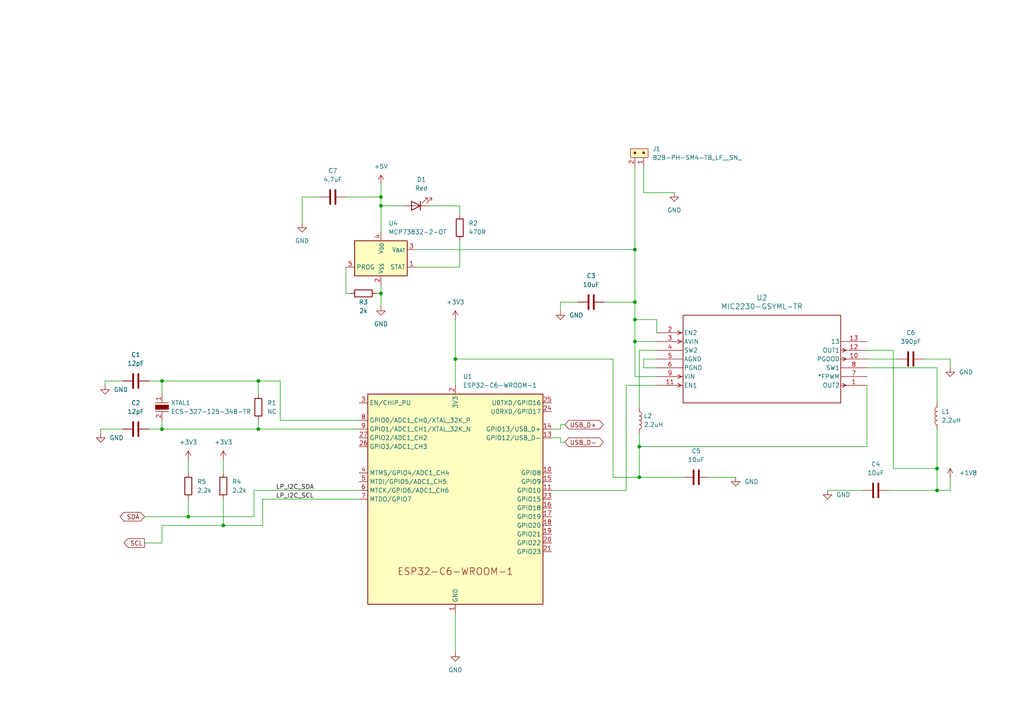
<source format=kicad_sch>
(kicad_sch (version 20230121) (generator eeschema)

  (uuid e2812283-2ef0-4e7f-ad5f-aeacb00db6fa)

  (paper "A4")

  (lib_symbols
    (symbol "Battery_Management:MCP73832-2-OT" (in_bom yes) (on_board yes)
      (property "Reference" "U" (at -7.62 6.35 0)
        (effects (font (size 1.27 1.27)) (justify left))
      )
      (property "Value" "MCP73832-2-OT" (at 1.27 6.35 0)
        (effects (font (size 1.27 1.27)) (justify left))
      )
      (property "Footprint" "Package_TO_SOT_SMD:SOT-23-5" (at 1.27 -6.35 0)
        (effects (font (size 1.27 1.27) italic) (justify left) hide)
      )
      (property "Datasheet" "http://ww1.microchip.com/downloads/en/DeviceDoc/20001984g.pdf" (at -3.81 -1.27 0)
        (effects (font (size 1.27 1.27)) hide)
      )
      (property "ki_keywords" "battery charger lithium" (at 0 0 0)
        (effects (font (size 1.27 1.27)) hide)
      )
      (property "ki_description" "Single cell, Li-Ion/Li-Po charge management controller, 4.20V, Open-Drain Status Output, in SOT23-5 package" (at 0 0 0)
        (effects (font (size 1.27 1.27)) hide)
      )
      (property "ki_fp_filters" "SOT?23*" (at 0 0 0)
        (effects (font (size 1.27 1.27)) hide)
      )
      (symbol "MCP73832-2-OT_0_1"
        (rectangle (start -7.62 5.08) (end 7.62 -5.08)
          (stroke (width 0.254) (type default))
          (fill (type background))
        )
      )
      (symbol "MCP73832-2-OT_1_1"
        (pin output line (at 10.16 -2.54 180) (length 2.54)
          (name "STAT" (effects (font (size 1.27 1.27))))
          (number "1" (effects (font (size 1.27 1.27))))
        )
        (pin power_in line (at 0 -7.62 90) (length 2.54)
          (name "V_{SS}" (effects (font (size 1.27 1.27))))
          (number "2" (effects (font (size 1.27 1.27))))
        )
        (pin power_out line (at 10.16 2.54 180) (length 2.54)
          (name "V_{BAT}" (effects (font (size 1.27 1.27))))
          (number "3" (effects (font (size 1.27 1.27))))
        )
        (pin power_in line (at 0 7.62 270) (length 2.54)
          (name "V_{DD}" (effects (font (size 1.27 1.27))))
          (number "4" (effects (font (size 1.27 1.27))))
        )
        (pin input line (at -10.16 -2.54 0) (length 2.54)
          (name "PROG" (effects (font (size 1.27 1.27))))
          (number "5" (effects (font (size 1.27 1.27))))
        )
      )
    )
    (symbol "Device:C" (pin_numbers hide) (pin_names (offset 0.254)) (in_bom yes) (on_board yes)
      (property "Reference" "C" (at 0.635 2.54 0)
        (effects (font (size 1.27 1.27)) (justify left))
      )
      (property "Value" "C" (at 0.635 -2.54 0)
        (effects (font (size 1.27 1.27)) (justify left))
      )
      (property "Footprint" "" (at 0.9652 -3.81 0)
        (effects (font (size 1.27 1.27)) hide)
      )
      (property "Datasheet" "~" (at 0 0 0)
        (effects (font (size 1.27 1.27)) hide)
      )
      (property "ki_keywords" "cap capacitor" (at 0 0 0)
        (effects (font (size 1.27 1.27)) hide)
      )
      (property "ki_description" "Unpolarized capacitor" (at 0 0 0)
        (effects (font (size 1.27 1.27)) hide)
      )
      (property "ki_fp_filters" "C_*" (at 0 0 0)
        (effects (font (size 1.27 1.27)) hide)
      )
      (symbol "C_0_1"
        (polyline
          (pts
            (xy -2.032 -0.762)
            (xy 2.032 -0.762)
          )
          (stroke (width 0.508) (type default))
          (fill (type none))
        )
        (polyline
          (pts
            (xy -2.032 0.762)
            (xy 2.032 0.762)
          )
          (stroke (width 0.508) (type default))
          (fill (type none))
        )
      )
      (symbol "C_1_1"
        (pin passive line (at 0 3.81 270) (length 2.794)
          (name "~" (effects (font (size 1.27 1.27))))
          (number "1" (effects (font (size 1.27 1.27))))
        )
        (pin passive line (at 0 -3.81 90) (length 2.794)
          (name "~" (effects (font (size 1.27 1.27))))
          (number "2" (effects (font (size 1.27 1.27))))
        )
      )
    )
    (symbol "Device:L" (pin_numbers hide) (pin_names (offset 1.016) hide) (in_bom yes) (on_board yes)
      (property "Reference" "L" (at -1.27 0 90)
        (effects (font (size 1.27 1.27)))
      )
      (property "Value" "L" (at 1.905 0 90)
        (effects (font (size 1.27 1.27)))
      )
      (property "Footprint" "" (at 0 0 0)
        (effects (font (size 1.27 1.27)) hide)
      )
      (property "Datasheet" "~" (at 0 0 0)
        (effects (font (size 1.27 1.27)) hide)
      )
      (property "ki_keywords" "inductor choke coil reactor magnetic" (at 0 0 0)
        (effects (font (size 1.27 1.27)) hide)
      )
      (property "ki_description" "Inductor" (at 0 0 0)
        (effects (font (size 1.27 1.27)) hide)
      )
      (property "ki_fp_filters" "Choke_* *Coil* Inductor_* L_*" (at 0 0 0)
        (effects (font (size 1.27 1.27)) hide)
      )
      (symbol "L_0_1"
        (arc (start 0 -2.54) (mid 0.6323 -1.905) (end 0 -1.27)
          (stroke (width 0) (type default))
          (fill (type none))
        )
        (arc (start 0 -1.27) (mid 0.6323 -0.635) (end 0 0)
          (stroke (width 0) (type default))
          (fill (type none))
        )
        (arc (start 0 0) (mid 0.6323 0.635) (end 0 1.27)
          (stroke (width 0) (type default))
          (fill (type none))
        )
        (arc (start 0 1.27) (mid 0.6323 1.905) (end 0 2.54)
          (stroke (width 0) (type default))
          (fill (type none))
        )
      )
      (symbol "L_1_1"
        (pin passive line (at 0 3.81 270) (length 1.27)
          (name "1" (effects (font (size 1.27 1.27))))
          (number "1" (effects (font (size 1.27 1.27))))
        )
        (pin passive line (at 0 -3.81 90) (length 1.27)
          (name "2" (effects (font (size 1.27 1.27))))
          (number "2" (effects (font (size 1.27 1.27))))
        )
      )
    )
    (symbol "Device:LED" (pin_numbers hide) (pin_names (offset 1.016) hide) (in_bom yes) (on_board yes)
      (property "Reference" "D" (at 0 2.54 0)
        (effects (font (size 1.27 1.27)))
      )
      (property "Value" "LED" (at 0 -2.54 0)
        (effects (font (size 1.27 1.27)))
      )
      (property "Footprint" "" (at 0 0 0)
        (effects (font (size 1.27 1.27)) hide)
      )
      (property "Datasheet" "~" (at 0 0 0)
        (effects (font (size 1.27 1.27)) hide)
      )
      (property "ki_keywords" "LED diode" (at 0 0 0)
        (effects (font (size 1.27 1.27)) hide)
      )
      (property "ki_description" "Light emitting diode" (at 0 0 0)
        (effects (font (size 1.27 1.27)) hide)
      )
      (property "ki_fp_filters" "LED* LED_SMD:* LED_THT:*" (at 0 0 0)
        (effects (font (size 1.27 1.27)) hide)
      )
      (symbol "LED_0_1"
        (polyline
          (pts
            (xy -1.27 -1.27)
            (xy -1.27 1.27)
          )
          (stroke (width 0.254) (type default))
          (fill (type none))
        )
        (polyline
          (pts
            (xy -1.27 0)
            (xy 1.27 0)
          )
          (stroke (width 0) (type default))
          (fill (type none))
        )
        (polyline
          (pts
            (xy 1.27 -1.27)
            (xy 1.27 1.27)
            (xy -1.27 0)
            (xy 1.27 -1.27)
          )
          (stroke (width 0.254) (type default))
          (fill (type none))
        )
        (polyline
          (pts
            (xy -3.048 -0.762)
            (xy -4.572 -2.286)
            (xy -3.81 -2.286)
            (xy -4.572 -2.286)
            (xy -4.572 -1.524)
          )
          (stroke (width 0) (type default))
          (fill (type none))
        )
        (polyline
          (pts
            (xy -1.778 -0.762)
            (xy -3.302 -2.286)
            (xy -2.54 -2.286)
            (xy -3.302 -2.286)
            (xy -3.302 -1.524)
          )
          (stroke (width 0) (type default))
          (fill (type none))
        )
      )
      (symbol "LED_1_1"
        (pin passive line (at -3.81 0 0) (length 2.54)
          (name "K" (effects (font (size 1.27 1.27))))
          (number "1" (effects (font (size 1.27 1.27))))
        )
        (pin passive line (at 3.81 0 180) (length 2.54)
          (name "A" (effects (font (size 1.27 1.27))))
          (number "2" (effects (font (size 1.27 1.27))))
        )
      )
    )
    (symbol "Device:R" (pin_numbers hide) (pin_names (offset 0)) (in_bom yes) (on_board yes)
      (property "Reference" "R" (at 2.032 0 90)
        (effects (font (size 1.27 1.27)))
      )
      (property "Value" "R" (at 0 0 90)
        (effects (font (size 1.27 1.27)))
      )
      (property "Footprint" "" (at -1.778 0 90)
        (effects (font (size 1.27 1.27)) hide)
      )
      (property "Datasheet" "~" (at 0 0 0)
        (effects (font (size 1.27 1.27)) hide)
      )
      (property "ki_keywords" "R res resistor" (at 0 0 0)
        (effects (font (size 1.27 1.27)) hide)
      )
      (property "ki_description" "Resistor" (at 0 0 0)
        (effects (font (size 1.27 1.27)) hide)
      )
      (property "ki_fp_filters" "R_*" (at 0 0 0)
        (effects (font (size 1.27 1.27)) hide)
      )
      (symbol "R_0_1"
        (rectangle (start -1.016 -2.54) (end 1.016 2.54)
          (stroke (width 0.254) (type default))
          (fill (type none))
        )
      )
      (symbol "R_1_1"
        (pin passive line (at 0 3.81 270) (length 1.27)
          (name "~" (effects (font (size 1.27 1.27))))
          (number "1" (effects (font (size 1.27 1.27))))
        )
        (pin passive line (at 0 -3.81 90) (length 1.27)
          (name "~" (effects (font (size 1.27 1.27))))
          (number "2" (effects (font (size 1.27 1.27))))
        )
      )
    )
    (symbol "MIC2230-GSYML-TR:MIC2230-GSYML-TR" (pin_names (offset 0.254)) (in_bom yes) (on_board yes)
      (property "Reference" "U" (at 30.48 10.16 0)
        (effects (font (size 1.524 1.524)))
      )
      (property "Value" "MIC2230-GSYML-TR" (at 30.48 7.62 0)
        (effects (font (size 1.524 1.524)))
      )
      (property "Footprint" "MLF-12_YML_MCH" (at 0 0 0)
        (effects (font (size 1.27 1.27) italic) hide)
      )
      (property "Datasheet" "MIC2230-GSYML-TR" (at 0 0 0)
        (effects (font (size 1.27 1.27) italic) hide)
      )
      (property "ki_locked" "" (at 0 0 0)
        (effects (font (size 1.27 1.27)))
      )
      (property "ki_keywords" "MIC2230-GSYML-TR" (at 0 0 0)
        (effects (font (size 1.27 1.27)) hide)
      )
      (property "ki_fp_filters" "MLF-12_YML_MCH MLF-12_YML_MCH-M MLF-12_YML_MCH-L" (at 0 0 0)
        (effects (font (size 1.27 1.27)) hide)
      )
      (symbol "MIC2230-GSYML-TR_0_1"
        (polyline
          (pts
            (xy 7.0993 -15.24)
            (xy 6.0579 -15.7607)
          )
          (stroke (width 0.2032) (type default))
          (fill (type none))
        )
        (polyline
          (pts
            (xy 7.0993 -15.24)
            (xy 6.0579 -14.7193)
          )
          (stroke (width 0.2032) (type default))
          (fill (type none))
        )
        (polyline
          (pts
            (xy 7.0993 -12.7)
            (xy 6.0579 -13.2207)
          )
          (stroke (width 0.2032) (type default))
          (fill (type none))
        )
        (polyline
          (pts
            (xy 7.0993 -12.7)
            (xy 6.0579 -12.1793)
          )
          (stroke (width 0.2032) (type default))
          (fill (type none))
        )
        (polyline
          (pts
            (xy 7.0993 -2.54)
            (xy 6.0579 -3.0607)
          )
          (stroke (width 0.2032) (type default))
          (fill (type none))
        )
        (polyline
          (pts
            (xy 7.0993 -2.54)
            (xy 6.0579 -2.0193)
          )
          (stroke (width 0.2032) (type default))
          (fill (type none))
        )
        (polyline
          (pts
            (xy 7.0993 0)
            (xy 6.0579 -0.5207)
          )
          (stroke (width 0.2032) (type default))
          (fill (type none))
        )
        (polyline
          (pts
            (xy 7.0993 0)
            (xy 6.0579 0.5207)
          )
          (stroke (width 0.2032) (type default))
          (fill (type none))
        )
        (polyline
          (pts
            (xy 7.62 -20.32)
            (xy 53.34 -20.32)
          )
          (stroke (width 0.2032) (type default))
          (fill (type none))
        )
        (polyline
          (pts
            (xy 7.62 5.08)
            (xy 7.62 -20.32)
          )
          (stroke (width 0.2032) (type default))
          (fill (type none))
        )
        (polyline
          (pts
            (xy 53.34 -20.32)
            (xy 53.34 5.08)
          )
          (stroke (width 0.2032) (type default))
          (fill (type none))
        )
        (polyline
          (pts
            (xy 53.34 5.08)
            (xy 7.62 5.08)
          )
          (stroke (width 0.2032) (type default))
          (fill (type none))
        )
        (polyline
          (pts
            (xy 53.8607 -15.7607)
            (xy 54.9021 -15.24)
          )
          (stroke (width 0.2032) (type default))
          (fill (type none))
        )
        (polyline
          (pts
            (xy 53.8607 -14.7193)
            (xy 54.9021 -15.24)
          )
          (stroke (width 0.2032) (type default))
          (fill (type none))
        )
        (polyline
          (pts
            (xy 53.8607 -8.1407)
            (xy 54.9021 -7.62)
          )
          (stroke (width 0.2032) (type default))
          (fill (type none))
        )
        (polyline
          (pts
            (xy 53.8607 -7.0993)
            (xy 54.9021 -7.62)
          )
          (stroke (width 0.2032) (type default))
          (fill (type none))
        )
        (polyline
          (pts
            (xy 53.8607 -5.6007)
            (xy 54.9021 -5.08)
          )
          (stroke (width 0.2032) (type default))
          (fill (type none))
        )
        (polyline
          (pts
            (xy 53.8607 -4.5593)
            (xy 54.9021 -5.08)
          )
          (stroke (width 0.2032) (type default))
          (fill (type none))
        )
        (pin output line (at 60.96 -15.24 180) (length 7.62)
          (name "OUT2" (effects (font (size 1.27 1.27))))
          (number "1" (effects (font (size 1.27 1.27))))
        )
        (pin output line (at 60.96 -7.62 180) (length 7.62)
          (name "PGOOD" (effects (font (size 1.27 1.27))))
          (number "10" (effects (font (size 1.27 1.27))))
        )
        (pin input line (at 0 -15.24 0) (length 7.62)
          (name "EN1" (effects (font (size 1.27 1.27))))
          (number "11" (effects (font (size 1.27 1.27))))
        )
        (pin output line (at 60.96 -5.08 180) (length 7.62)
          (name "OUT1" (effects (font (size 1.27 1.27))))
          (number "12" (effects (font (size 1.27 1.27))))
        )
        (pin unspecified line (at 60.96 -2.54 180) (length 7.62)
          (name "13" (effects (font (size 1.27 1.27))))
          (number "13" (effects (font (size 1.27 1.27))))
        )
        (pin input line (at 0 0 0) (length 7.62)
          (name "EN2" (effects (font (size 1.27 1.27))))
          (number "2" (effects (font (size 1.27 1.27))))
        )
        (pin input line (at 0 -2.54 0) (length 7.62)
          (name "AVIN" (effects (font (size 1.27 1.27))))
          (number "3" (effects (font (size 1.27 1.27))))
        )
        (pin unspecified line (at 0 -5.08 0) (length 7.62)
          (name "SW2" (effects (font (size 1.27 1.27))))
          (number "4" (effects (font (size 1.27 1.27))))
        )
        (pin power_in line (at 0 -7.62 0) (length 7.62)
          (name "AGND" (effects (font (size 1.27 1.27))))
          (number "5" (effects (font (size 1.27 1.27))))
        )
        (pin power_in line (at 0 -10.16 0) (length 7.62)
          (name "PGND" (effects (font (size 1.27 1.27))))
          (number "6" (effects (font (size 1.27 1.27))))
        )
        (pin unspecified line (at 60.96 -12.7 180) (length 7.62)
          (name "*FPWM" (effects (font (size 1.27 1.27))))
          (number "7" (effects (font (size 1.27 1.27))))
        )
        (pin unspecified line (at 60.96 -10.16 180) (length 7.62)
          (name "SW1" (effects (font (size 1.27 1.27))))
          (number "8" (effects (font (size 1.27 1.27))))
        )
        (pin input line (at 0 -12.7 0) (length 7.62)
          (name "VIN" (effects (font (size 1.27 1.27))))
          (number "9" (effects (font (size 1.27 1.27))))
        )
      )
    )
    (symbol "PCM_Espressif:ESP32-C6-WROOM-1" (in_bom yes) (on_board yes)
      (property "Reference" "U" (at -25.4 35.56 0)
        (effects (font (size 1.27 1.27)) (justify left))
      )
      (property "Value" "ESP32-C6-WROOM-1" (at -25.4 33.02 0)
        (effects (font (size 1.27 1.27)) (justify left))
      )
      (property "Footprint" "PCM_Espressif:ESP32-C6-WROOM-1" (at 0 -45.085 0)
        (effects (font (size 1.27 1.27)) hide)
      )
      (property "Datasheet" "https://www.espressif.com/sites/default/files/documentation/esp32-c6-wroom-1_datasheet_en.pdf" (at 0 -48.26 0)
        (effects (font (size 1.27 1.27)) hide)
      )
      (property "ki_keywords" "esp32-c6" (at 0 0 0)
        (effects (font (size 1.27 1.27)) hide)
      )
      (property "ki_description" "ESP32-C6-WROOM-1 is a module that supports 2.4 GHz Wi-Fi 6 (802.11 ax), Bluetooth® 5 (LE), Zigbee and Thread (802.15.4)" (at 0 0 0)
        (effects (font (size 1.27 1.27)) hide)
      )
      (symbol "ESP32-C6-WROOM-1_0_0"
        (text "ESP32-C6-WROOM-1" (at 0 -20.955 0)
          (effects (font (size 2 2)))
        )
      )
      (symbol "ESP32-C6-WROOM-1_0_1"
        (rectangle (start -25.4 30.48) (end 25.4 -30.48)
          (stroke (width 0.254) (type default))
          (fill (type background))
        )
      )
      (symbol "ESP32-C6-WROOM-1_1_1"
        (pin power_in line (at 0 -33.02 90) (length 2.54)
          (name "GND" (effects (font (size 1.27 1.27))))
          (number "1" (effects (font (size 1.27 1.27))))
        )
        (pin bidirectional line (at 27.94 7.62 180) (length 2.54)
          (name "GPIO8" (effects (font (size 1.27 1.27))))
          (number "10" (effects (font (size 1.27 1.27))))
        )
        (pin bidirectional line (at 27.94 2.54 180) (length 2.54)
          (name "GPIO10" (effects (font (size 1.27 1.27))))
          (number "11" (effects (font (size 1.27 1.27))))
        )
        (pin bidirectional line (at 0 -33.02 90) (length 2.54) hide
          (name "GPIO11" (effects (font (size 1.27 1.27))))
          (number "12" (effects (font (size 1.27 1.27))))
        )
        (pin bidirectional line (at 27.94 17.78 180) (length 2.54)
          (name "GPIO12/USB_D-" (effects (font (size 1.27 1.27))))
          (number "13" (effects (font (size 1.27 1.27))))
        )
        (pin bidirectional line (at 27.94 20.32 180) (length 2.54)
          (name "GPIO13/USB_D+" (effects (font (size 1.27 1.27))))
          (number "14" (effects (font (size 1.27 1.27))))
        )
        (pin bidirectional line (at 27.94 5.08 180) (length 2.54)
          (name "GPIO9" (effects (font (size 1.27 1.27))))
          (number "15" (effects (font (size 1.27 1.27))))
        )
        (pin bidirectional line (at 27.94 -2.54 180) (length 2.54)
          (name "GPIO18" (effects (font (size 1.27 1.27))))
          (number "16" (effects (font (size 1.27 1.27))))
        )
        (pin bidirectional line (at 27.94 -5.08 180) (length 2.54)
          (name "GPIO19" (effects (font (size 1.27 1.27))))
          (number "17" (effects (font (size 1.27 1.27))))
        )
        (pin bidirectional line (at 27.94 -7.62 180) (length 2.54)
          (name "GPIO20" (effects (font (size 1.27 1.27))))
          (number "18" (effects (font (size 1.27 1.27))))
        )
        (pin bidirectional line (at 27.94 -10.16 180) (length 2.54)
          (name "GPIO21" (effects (font (size 1.27 1.27))))
          (number "19" (effects (font (size 1.27 1.27))))
        )
        (pin power_in line (at 0 33.02 270) (length 2.54)
          (name "3V3" (effects (font (size 1.27 1.27))))
          (number "2" (effects (font (size 1.27 1.27))))
        )
        (pin bidirectional line (at 27.94 -12.7 180) (length 2.54)
          (name "GPIO22" (effects (font (size 1.27 1.27))))
          (number "20" (effects (font (size 1.27 1.27))))
        )
        (pin bidirectional line (at 27.94 -15.24 180) (length 2.54)
          (name "GPIO23" (effects (font (size 1.27 1.27))))
          (number "21" (effects (font (size 1.27 1.27))))
        )
        (pin no_connect line (at -25.4 -12.7 0) (length 2.54) hide
          (name "NC" (effects (font (size 1.27 1.27))))
          (number "22" (effects (font (size 1.27 1.27))))
        )
        (pin bidirectional line (at 27.94 0 180) (length 2.54)
          (name "GPIO15" (effects (font (size 1.27 1.27))))
          (number "23" (effects (font (size 1.27 1.27))))
        )
        (pin bidirectional line (at 27.94 25.4 180) (length 2.54)
          (name "U0RXD/GPIO17" (effects (font (size 1.27 1.27))))
          (number "24" (effects (font (size 1.27 1.27))))
        )
        (pin bidirectional line (at 27.94 27.94 180) (length 2.54)
          (name "U0TXD/GPIO16" (effects (font (size 1.27 1.27))))
          (number "25" (effects (font (size 1.27 1.27))))
        )
        (pin bidirectional line (at -27.94 15.24 0) (length 2.54)
          (name "GPIO3/ADC1_CH3" (effects (font (size 1.27 1.27))))
          (number "26" (effects (font (size 1.27 1.27))))
        )
        (pin bidirectional line (at -27.94 17.78 0) (length 2.54)
          (name "GPIO2/ADC1_CH2" (effects (font (size 1.27 1.27))))
          (number "27" (effects (font (size 1.27 1.27))))
        )
        (pin passive line (at 0 -33.02 90) (length 2.54) hide
          (name "GND" (effects (font (size 1.27 1.27))))
          (number "28" (effects (font (size 1.27 1.27))))
        )
        (pin passive line (at 0 -33.02 90) (length 2.54) hide
          (name "GND" (effects (font (size 1.27 1.27))))
          (number "29" (effects (font (size 1.27 1.27))))
        )
        (pin input line (at -27.94 27.94 0) (length 2.54)
          (name "EN/CHIP_PU" (effects (font (size 1.27 1.27))))
          (number "3" (effects (font (size 1.27 1.27))))
        )
        (pin bidirectional line (at -27.94 7.62 0) (length 2.54)
          (name "MTMS/GPIO4/ADC1_CH4" (effects (font (size 1.27 1.27))))
          (number "4" (effects (font (size 1.27 1.27))))
        )
        (pin bidirectional line (at -27.94 5.08 0) (length 2.54)
          (name "MTDI/GPIO5/ADC1_CH5" (effects (font (size 1.27 1.27))))
          (number "5" (effects (font (size 1.27 1.27))))
        )
        (pin bidirectional line (at -27.94 2.54 0) (length 2.54)
          (name "MTCK/GPIO6/ADC1_CH6" (effects (font (size 1.27 1.27))))
          (number "6" (effects (font (size 1.27 1.27))))
        )
        (pin bidirectional line (at -27.94 0 0) (length 2.54)
          (name "MTDO/GPIO7" (effects (font (size 1.27 1.27))))
          (number "7" (effects (font (size 1.27 1.27))))
        )
        (pin bidirectional line (at -27.94 22.86 0) (length 2.54)
          (name "GPIO0/ADC1_CH0/XTAL_32K_P" (effects (font (size 1.27 1.27))))
          (number "8" (effects (font (size 1.27 1.27))))
        )
        (pin bidirectional line (at -27.94 20.32 0) (length 2.54)
          (name "GPIO1/ADC1_CH1/XTAL_32K_N" (effects (font (size 1.27 1.27))))
          (number "9" (effects (font (size 1.27 1.27))))
        )
      )
    )
    (symbol "dk_Crystals:ECS-_327-12_5-34B-TR" (pin_names (offset 1.016)) (in_bom yes) (on_board yes)
      (property "Reference" "XTAL" (at 0 3.81 0)
        (effects (font (size 1.27 1.27)))
      )
      (property "Value" "ECS-_327-12_5-34B-TR" (at 0 -3.81 0)
        (effects (font (size 1.27 1.27)))
      )
      (property "Footprint" "digikey-footprints:SMD-2_3.2x1.5mm" (at 5.08 5.08 0)
        (effects (font (size 1.524 1.524)) (justify left) hide)
      )
      (property "Datasheet" "http://www.ecsxtal.com/store/pdf/ecx-31b.pdf" (at 5.08 7.62 0)
        (effects (font (size 1.524 1.524)) (justify left) hide)
      )
      (property "Digi-Key_PN" "XC1617CT-ND" (at 5.08 10.16 0)
        (effects (font (size 1.524 1.524)) (justify left) hide)
      )
      (property "MPN" "ECS-.327-12.5-34B-TR" (at 5.08 12.7 0)
        (effects (font (size 1.524 1.524)) (justify left) hide)
      )
      (property "Category" "Crystals, Oscillators, Resonators" (at 5.08 15.24 0)
        (effects (font (size 1.524 1.524)) (justify left) hide)
      )
      (property "Family" "Crystals" (at 5.08 17.78 0)
        (effects (font (size 1.524 1.524)) (justify left) hide)
      )
      (property "DK_Datasheet_Link" "http://www.ecsxtal.com/store/pdf/ecx-31b.pdf" (at 5.08 20.32 0)
        (effects (font (size 1.524 1.524)) (justify left) hide)
      )
      (property "DK_Detail_Page" "/product-detail/en/ecs-inc/ECS-.327-12.5-34B-TR/XC1617CT-ND/1693786" (at 5.08 22.86 0)
        (effects (font (size 1.524 1.524)) (justify left) hide)
      )
      (property "Description" "CRYSTAL 32.7680KHZ 12.5PF SMD" (at 5.08 25.4 0)
        (effects (font (size 1.524 1.524)) (justify left) hide)
      )
      (property "Manufacturer" "ECS Inc." (at 5.08 27.94 0)
        (effects (font (size 1.524 1.524)) (justify left) hide)
      )
      (property "Status" "Active" (at 5.08 30.48 0)
        (effects (font (size 1.524 1.524)) (justify left) hide)
      )
      (property "ki_keywords" "XC1617CT-ND ECX-31B" (at 0 0 0)
        (effects (font (size 1.27 1.27)) hide)
      )
      (property "ki_description" "CRYSTAL 32.7680KHZ 12.5PF SMD" (at 0 0 0)
        (effects (font (size 1.27 1.27)) hide)
      )
      (symbol "ECS-_327-12_5-34B-TR_1_1"
        (rectangle (start -0.635 1.905) (end 0.635 -1.905)
          (stroke (width 0) (type solid))
          (fill (type outline))
        )
        (polyline
          (pts
            (xy -1.27 1.905)
            (xy -1.27 -1.905)
          )
          (stroke (width 0) (type solid))
          (fill (type none))
        )
        (polyline
          (pts
            (xy 1.27 1.905)
            (xy 1.27 -1.905)
          )
          (stroke (width 0) (type solid))
          (fill (type none))
        )
        (pin bidirectional line (at -3.81 0 0) (length 2.54)
          (name "~" (effects (font (size 1.27 1.27))))
          (number "1" (effects (font (size 1.27 1.27))))
        )
        (pin bidirectional line (at 3.81 0 180) (length 2.54)
          (name "~" (effects (font (size 1.27 1.27))))
          (number "2" (effects (font (size 1.27 1.27))))
        )
      )
    )
    (symbol "dk_Rectangular-Connectors-Headers-Male-Pins:B2B-PH-SM4-TB_LF__SN_" (pin_names (offset 1.016)) (in_bom yes) (on_board yes)
      (property "Reference" "J" (at -2.54 -1.27 0)
        (effects (font (size 1.27 1.27)) (justify right))
      )
      (property "Value" "B2B-PH-SM4-TB_LF__SN_" (at 1.27 -3.81 0)
        (effects (font (size 1.27 1.27)))
      )
      (property "Footprint" "digikey-footprints:PinHeader_1x2_P2mm" (at 5.08 5.08 0)
        (effects (font (size 1.524 1.524)) (justify left) hide)
      )
      (property "Datasheet" "http://www.jst-mfg.com/product/pdf/eng/ePH.pdf" (at 5.08 7.62 0)
        (effects (font (size 1.524 1.524)) (justify left) hide)
      )
      (property "Digi-Key_PN" "455-1734-1-ND" (at 5.08 10.16 0)
        (effects (font (size 1.524 1.524)) (justify left) hide)
      )
      (property "MPN" "B2B-PH-SM4-TB(LF)(SN)" (at 5.08 12.7 0)
        (effects (font (size 1.524 1.524)) (justify left) hide)
      )
      (property "Category" "Connectors, Interconnects" (at 5.08 15.24 0)
        (effects (font (size 1.524 1.524)) (justify left) hide)
      )
      (property "Family" "Rectangular Connectors - Headers, Male Pins" (at 5.08 17.78 0)
        (effects (font (size 1.524 1.524)) (justify left) hide)
      )
      (property "DK_Datasheet_Link" "http://www.jst-mfg.com/product/pdf/eng/ePH.pdf" (at 5.08 20.32 0)
        (effects (font (size 1.524 1.524)) (justify left) hide)
      )
      (property "DK_Detail_Page" "/product-detail/en/jst-sales-america-inc/B2B-PH-SM4-TB(LF)(SN)/455-1734-1-ND/926831" (at 5.08 22.86 0)
        (effects (font (size 1.524 1.524)) (justify left) hide)
      )
      (property "Description" "CONN HEADER SMD 2POS 2MM" (at 5.08 25.4 0)
        (effects (font (size 1.524 1.524)) (justify left) hide)
      )
      (property "Manufacturer" "JST Sales America Inc." (at 5.08 27.94 0)
        (effects (font (size 1.524 1.524)) (justify left) hide)
      )
      (property "Status" "Active" (at 5.08 30.48 0)
        (effects (font (size 1.524 1.524)) (justify left) hide)
      )
      (property "ki_keywords" "455-1734-1-ND PH" (at 0 0 0)
        (effects (font (size 1.27 1.27)) hide)
      )
      (property "ki_description" "CONN HEADER SMD 2POS 2MM" (at 0 0 0)
        (effects (font (size 1.27 1.27)) hide)
      )
      (symbol "B2B-PH-SM4-TB_LF__SN__1_1"
        (rectangle (start -1.27 0) (end 3.81 -2.54)
          (stroke (width 0) (type solid))
          (fill (type background))
        )
        (rectangle (start -0.254 -1.143) (end 0.254 -1.651)
          (stroke (width 0) (type solid))
          (fill (type outline))
        )
        (rectangle (start 2.286 -1.143) (end 2.794 -1.651)
          (stroke (width 0) (type solid))
          (fill (type outline))
        )
        (pin passive line (at 0 2.54 270) (length 2.54)
          (name "~" (effects (font (size 1.27 1.27))))
          (number "1" (effects (font (size 1.27 1.27))))
        )
        (pin passive line (at 2.54 2.54 270) (length 2.54)
          (name "~" (effects (font (size 1.27 1.27))))
          (number "2" (effects (font (size 1.27 1.27))))
        )
      )
    )
    (symbol "power:+1V8" (power) (pin_names (offset 0)) (in_bom yes) (on_board yes)
      (property "Reference" "#PWR" (at 0 -3.81 0)
        (effects (font (size 1.27 1.27)) hide)
      )
      (property "Value" "+1V8" (at 0 3.556 0)
        (effects (font (size 1.27 1.27)))
      )
      (property "Footprint" "" (at 0 0 0)
        (effects (font (size 1.27 1.27)) hide)
      )
      (property "Datasheet" "" (at 0 0 0)
        (effects (font (size 1.27 1.27)) hide)
      )
      (property "ki_keywords" "global power" (at 0 0 0)
        (effects (font (size 1.27 1.27)) hide)
      )
      (property "ki_description" "Power symbol creates a global label with name \"+1V8\"" (at 0 0 0)
        (effects (font (size 1.27 1.27)) hide)
      )
      (symbol "+1V8_0_1"
        (polyline
          (pts
            (xy -0.762 1.27)
            (xy 0 2.54)
          )
          (stroke (width 0) (type default))
          (fill (type none))
        )
        (polyline
          (pts
            (xy 0 0)
            (xy 0 2.54)
          )
          (stroke (width 0) (type default))
          (fill (type none))
        )
        (polyline
          (pts
            (xy 0 2.54)
            (xy 0.762 1.27)
          )
          (stroke (width 0) (type default))
          (fill (type none))
        )
      )
      (symbol "+1V8_1_1"
        (pin power_in line (at 0 0 90) (length 0) hide
          (name "+1V8" (effects (font (size 1.27 1.27))))
          (number "1" (effects (font (size 1.27 1.27))))
        )
      )
    )
    (symbol "power:+3V3" (power) (pin_names (offset 0)) (in_bom yes) (on_board yes)
      (property "Reference" "#PWR" (at 0 -3.81 0)
        (effects (font (size 1.27 1.27)) hide)
      )
      (property "Value" "+3V3" (at 0 3.556 0)
        (effects (font (size 1.27 1.27)))
      )
      (property "Footprint" "" (at 0 0 0)
        (effects (font (size 1.27 1.27)) hide)
      )
      (property "Datasheet" "" (at 0 0 0)
        (effects (font (size 1.27 1.27)) hide)
      )
      (property "ki_keywords" "global power" (at 0 0 0)
        (effects (font (size 1.27 1.27)) hide)
      )
      (property "ki_description" "Power symbol creates a global label with name \"+3V3\"" (at 0 0 0)
        (effects (font (size 1.27 1.27)) hide)
      )
      (symbol "+3V3_0_1"
        (polyline
          (pts
            (xy -0.762 1.27)
            (xy 0 2.54)
          )
          (stroke (width 0) (type default))
          (fill (type none))
        )
        (polyline
          (pts
            (xy 0 0)
            (xy 0 2.54)
          )
          (stroke (width 0) (type default))
          (fill (type none))
        )
        (polyline
          (pts
            (xy 0 2.54)
            (xy 0.762 1.27)
          )
          (stroke (width 0) (type default))
          (fill (type none))
        )
      )
      (symbol "+3V3_1_1"
        (pin power_in line (at 0 0 90) (length 0) hide
          (name "+3V3" (effects (font (size 1.27 1.27))))
          (number "1" (effects (font (size 1.27 1.27))))
        )
      )
    )
    (symbol "power:+5V" (power) (pin_names (offset 0)) (in_bom yes) (on_board yes)
      (property "Reference" "#PWR" (at 0 -3.81 0)
        (effects (font (size 1.27 1.27)) hide)
      )
      (property "Value" "+5V" (at 0 3.556 0)
        (effects (font (size 1.27 1.27)))
      )
      (property "Footprint" "" (at 0 0 0)
        (effects (font (size 1.27 1.27)) hide)
      )
      (property "Datasheet" "" (at 0 0 0)
        (effects (font (size 1.27 1.27)) hide)
      )
      (property "ki_keywords" "global power" (at 0 0 0)
        (effects (font (size 1.27 1.27)) hide)
      )
      (property "ki_description" "Power symbol creates a global label with name \"+5V\"" (at 0 0 0)
        (effects (font (size 1.27 1.27)) hide)
      )
      (symbol "+5V_0_1"
        (polyline
          (pts
            (xy -0.762 1.27)
            (xy 0 2.54)
          )
          (stroke (width 0) (type default))
          (fill (type none))
        )
        (polyline
          (pts
            (xy 0 0)
            (xy 0 2.54)
          )
          (stroke (width 0) (type default))
          (fill (type none))
        )
        (polyline
          (pts
            (xy 0 2.54)
            (xy 0.762 1.27)
          )
          (stroke (width 0) (type default))
          (fill (type none))
        )
      )
      (symbol "+5V_1_1"
        (pin power_in line (at 0 0 90) (length 0) hide
          (name "+5V" (effects (font (size 1.27 1.27))))
          (number "1" (effects (font (size 1.27 1.27))))
        )
      )
    )
    (symbol "power:GND" (power) (pin_names (offset 0)) (in_bom yes) (on_board yes)
      (property "Reference" "#PWR" (at 0 -6.35 0)
        (effects (font (size 1.27 1.27)) hide)
      )
      (property "Value" "GND" (at 0 -3.81 0)
        (effects (font (size 1.27 1.27)))
      )
      (property "Footprint" "" (at 0 0 0)
        (effects (font (size 1.27 1.27)) hide)
      )
      (property "Datasheet" "" (at 0 0 0)
        (effects (font (size 1.27 1.27)) hide)
      )
      (property "ki_keywords" "global power" (at 0 0 0)
        (effects (font (size 1.27 1.27)) hide)
      )
      (property "ki_description" "Power symbol creates a global label with name \"GND\" , ground" (at 0 0 0)
        (effects (font (size 1.27 1.27)) hide)
      )
      (symbol "GND_0_1"
        (polyline
          (pts
            (xy 0 0)
            (xy 0 -1.27)
            (xy 1.27 -1.27)
            (xy 0 -2.54)
            (xy -1.27 -1.27)
            (xy 0 -1.27)
          )
          (stroke (width 0) (type default))
          (fill (type none))
        )
      )
      (symbol "GND_1_1"
        (pin power_in line (at 0 0 270) (length 0) hide
          (name "GND" (effects (font (size 1.27 1.27))))
          (number "1" (effects (font (size 1.27 1.27))))
        )
      )
    )
  )

  (junction (at 132.08 104.14) (diameter 0) (color 0 0 0 0)
    (uuid 0e632dcc-8c43-48e2-a465-754be6b25215)
  )
  (junction (at 110.49 59.69) (diameter 0) (color 0 0 0 0)
    (uuid 13b8ee0a-f0f6-49c8-9974-ef3eebf9d0d9)
  )
  (junction (at 46.99 124.46) (diameter 0) (color 0 0 0 0)
    (uuid 241bdca9-d2cd-4189-955b-8f6a4fbdb84e)
  )
  (junction (at 74.93 124.46) (diameter 0) (color 0 0 0 0)
    (uuid 61073da5-e0bd-456f-8d04-49de89b90e31)
  )
  (junction (at 46.99 110.49) (diameter 0) (color 0 0 0 0)
    (uuid 67f50fa2-df7f-4718-9ddf-17f853d9ace8)
  )
  (junction (at 74.93 110.49) (diameter 0) (color 0 0 0 0)
    (uuid 81b99de0-a277-4072-8b4b-4d2c5725dd49)
  )
  (junction (at 184.15 72.39) (diameter 0) (color 0 0 0 0)
    (uuid 8c61afa6-67f3-428f-b7ba-d99987b0c3ab)
  )
  (junction (at 184.15 87.63) (diameter 0) (color 0 0 0 0)
    (uuid 8e9b9b5a-ad29-4a34-bf56-93d811e6d03a)
  )
  (junction (at 184.15 99.06) (diameter 0) (color 0 0 0 0)
    (uuid 95b29a67-c566-463e-9b18-f68873aea3fd)
  )
  (junction (at 185.42 129.54) (diameter 0) (color 0 0 0 0)
    (uuid 99b9e1f9-2676-4309-b930-a3c9a0c83463)
  )
  (junction (at 110.49 85.09) (diameter 0) (color 0 0 0 0)
    (uuid b419ea29-bd85-41ac-a2ee-d99e4d0b2033)
  )
  (junction (at 110.49 57.15) (diameter 0) (color 0 0 0 0)
    (uuid cf3716ed-f608-48c4-a1a8-6abb6da1a9b3)
  )
  (junction (at 184.15 92.71) (diameter 0) (color 0 0 0 0)
    (uuid cf70e69c-a0e0-4a8c-8307-c9ea8dde22d6)
  )
  (junction (at 64.77 152.4) (diameter 0) (color 0 0 0 0)
    (uuid d310a105-e340-426f-ad2b-f2647c691fb0)
  )
  (junction (at 185.42 138.43) (diameter 0) (color 0 0 0 0)
    (uuid d3941c01-540b-45df-a843-b0f81db8eabd)
  )
  (junction (at 54.61 149.86) (diameter 0) (color 0 0 0 0)
    (uuid d7bd53f1-4620-4f79-8a2e-8ffb6eb4a4f1)
  )
  (junction (at 271.78 142.24) (diameter 0) (color 0 0 0 0)
    (uuid f760b76a-3d0f-4d1a-8f66-ff0049300df5)
  )
  (junction (at 271.78 135.89) (diameter 0) (color 0 0 0 0)
    (uuid fa2d2024-97ca-47d9-878d-fb2ac0176781)
  )

  (wire (pts (xy 64.77 144.78) (xy 64.77 152.4))
    (stroke (width 0) (type default))
    (uuid 015f2305-79fd-4d7b-be69-9e3be0f474b7)
  )
  (wire (pts (xy 41.91 149.86) (xy 54.61 149.86))
    (stroke (width 0) (type default))
    (uuid 036480df-0ea4-4f13-b915-a3f5c0cd6cc7)
  )
  (wire (pts (xy 162.56 90.17) (xy 162.56 87.63))
    (stroke (width 0) (type default))
    (uuid 038c5df7-f3e3-4f4a-a8a8-7fa57118d79e)
  )
  (wire (pts (xy 133.35 77.47) (xy 120.65 77.47))
    (stroke (width 0) (type default))
    (uuid 043839d6-a561-4521-b913-4e9533f9576f)
  )
  (wire (pts (xy 87.63 57.15) (xy 87.63 64.77))
    (stroke (width 0) (type default))
    (uuid 04a7c953-e825-4ffa-a200-8e5631c5c0f3)
  )
  (wire (pts (xy 190.5 111.76) (xy 181.61 111.76))
    (stroke (width 0) (type default))
    (uuid 0581c2bd-7954-4703-a967-5ec5ab0def8d)
  )
  (wire (pts (xy 133.35 62.23) (xy 133.35 59.69))
    (stroke (width 0) (type default))
    (uuid 097ac9c7-6947-4823-aa10-d4bdb7e2e5c6)
  )
  (wire (pts (xy 46.99 124.46) (xy 74.93 124.46))
    (stroke (width 0) (type default))
    (uuid 0a071ec4-0dbe-49e1-bf0c-75aac198c3a4)
  )
  (wire (pts (xy 29.21 124.46) (xy 35.56 124.46))
    (stroke (width 0) (type default))
    (uuid 0c6f1bb1-9941-4304-ac15-ab6b6467a55a)
  )
  (wire (pts (xy 54.61 144.78) (xy 54.61 149.86))
    (stroke (width 0) (type default))
    (uuid 0dd05e0c-88fd-4309-8703-87c94d1bde93)
  )
  (wire (pts (xy 132.08 104.14) (xy 132.08 111.76))
    (stroke (width 0) (type default))
    (uuid 0dd8b8f6-7bf4-4111-aac5-5bea1cac568f)
  )
  (wire (pts (xy 162.56 124.46) (xy 162.56 123.19))
    (stroke (width 0) (type default))
    (uuid 0f38e66f-2e4f-4adf-9563-c016352451c1)
  )
  (wire (pts (xy 30.48 111.76) (xy 30.48 110.49))
    (stroke (width 0) (type default))
    (uuid 11108ae5-136a-4021-9297-1be13c5d7548)
  )
  (wire (pts (xy 190.5 96.52) (xy 190.5 92.71))
    (stroke (width 0) (type default))
    (uuid 11a2a808-f73e-4bd4-8475-b24ba252efb1)
  )
  (wire (pts (xy 240.03 142.24) (xy 250.19 142.24))
    (stroke (width 0) (type default))
    (uuid 128d0359-6f37-42ba-bf93-38dd6294973b)
  )
  (wire (pts (xy 41.91 157.48) (xy 46.99 157.48))
    (stroke (width 0) (type default))
    (uuid 146ba71d-c23e-4151-907e-724431fa320a)
  )
  (wire (pts (xy 162.56 127) (xy 162.56 128.27))
    (stroke (width 0) (type default))
    (uuid 1c68c238-2ba8-4763-a3a4-96995d668441)
  )
  (wire (pts (xy 271.78 106.68) (xy 271.78 116.84))
    (stroke (width 0) (type default))
    (uuid 1cedcac8-62c2-4a3e-b664-1f778dc680f1)
  )
  (wire (pts (xy 271.78 124.46) (xy 271.78 135.89))
    (stroke (width 0) (type default))
    (uuid 20333b70-8ed9-49ae-bff5-bb906f95861b)
  )
  (wire (pts (xy 198.12 138.43) (xy 185.42 138.43))
    (stroke (width 0) (type default))
    (uuid 217d386f-96bd-4851-9ab2-b3ec3d3fc0b6)
  )
  (wire (pts (xy 109.22 85.09) (xy 110.49 85.09))
    (stroke (width 0) (type default))
    (uuid 224123c8-b9e2-4c4e-969f-cb9ad8a9bb39)
  )
  (wire (pts (xy 54.61 133.35) (xy 54.61 137.16))
    (stroke (width 0) (type default))
    (uuid 227268b4-8f61-4e15-b196-fb469b6ed755)
  )
  (wire (pts (xy 74.93 110.49) (xy 74.93 114.3))
    (stroke (width 0) (type default))
    (uuid 2272dfaf-d1c2-4e9f-a4af-62c005648954)
  )
  (wire (pts (xy 74.93 124.46) (xy 104.14 124.46))
    (stroke (width 0) (type default))
    (uuid 24c43f9e-8c52-4679-b44e-fa887ad15bb9)
  )
  (wire (pts (xy 76.2 144.78) (xy 104.14 144.78))
    (stroke (width 0) (type default))
    (uuid 25b4e059-6b26-4c78-bef1-892e5e3234af)
  )
  (wire (pts (xy 185.42 129.54) (xy 185.42 138.43))
    (stroke (width 0) (type default))
    (uuid 26374eb6-609f-494d-8733-4e8e8e674c03)
  )
  (wire (pts (xy 54.61 149.86) (xy 73.66 149.86))
    (stroke (width 0) (type default))
    (uuid 28df7616-2631-4987-b945-e66df0c82d1c)
  )
  (wire (pts (xy 110.49 59.69) (xy 116.84 59.69))
    (stroke (width 0) (type default))
    (uuid 28e68014-7398-454e-ae99-4f0245b9fb56)
  )
  (wire (pts (xy 64.77 152.4) (xy 76.2 152.4))
    (stroke (width 0) (type default))
    (uuid 29ea413b-f63d-409a-85b6-aaf72a5d4ed9)
  )
  (wire (pts (xy 186.69 106.68) (xy 186.69 104.14))
    (stroke (width 0) (type default))
    (uuid 2d10d4d6-6dc0-4193-bae3-ce99cca0d68a)
  )
  (wire (pts (xy 275.59 138.43) (xy 275.59 142.24))
    (stroke (width 0) (type default))
    (uuid 2e38d265-40eb-4b3e-bed7-fddaed2ba34e)
  )
  (wire (pts (xy 251.46 106.68) (xy 271.78 106.68))
    (stroke (width 0) (type default))
    (uuid 2f30fb5f-b04c-4f4c-a36a-0353cbdd30dd)
  )
  (wire (pts (xy 160.02 124.46) (xy 162.56 124.46))
    (stroke (width 0) (type default))
    (uuid 2fc9cf28-4521-483a-83ba-6796f9c2eaf9)
  )
  (wire (pts (xy 46.99 110.49) (xy 74.93 110.49))
    (stroke (width 0) (type default))
    (uuid 300b34d5-c039-4696-a681-ec3f99308ee4)
  )
  (wire (pts (xy 181.61 111.76) (xy 181.61 142.24))
    (stroke (width 0) (type default))
    (uuid 31588a27-f614-4dd0-b6e8-9b884956a5ff)
  )
  (wire (pts (xy 73.66 142.24) (xy 73.66 149.86))
    (stroke (width 0) (type default))
    (uuid 31c07881-f563-409c-aed6-fe510ed2324b)
  )
  (wire (pts (xy 46.99 152.4) (xy 46.99 157.48))
    (stroke (width 0) (type default))
    (uuid 376e3f54-5a52-4cbb-b4f6-b20455ea325d)
  )
  (wire (pts (xy 184.15 87.63) (xy 184.15 92.71))
    (stroke (width 0) (type default))
    (uuid 38fa396b-4805-4d37-8058-8e33a59fe4f8)
  )
  (wire (pts (xy 190.5 101.6) (xy 185.42 101.6))
    (stroke (width 0) (type default))
    (uuid 3dbf5965-1ba8-4b49-95f6-ed0cb472046c)
  )
  (wire (pts (xy 46.99 110.49) (xy 46.99 114.3))
    (stroke (width 0) (type default))
    (uuid 43937154-af63-4823-9a41-846f2e4d4d0b)
  )
  (wire (pts (xy 162.56 128.27) (xy 163.83 128.27))
    (stroke (width 0) (type default))
    (uuid 497fc4b8-7685-4ffe-b5e1-50bb34627f73)
  )
  (wire (pts (xy 46.99 121.92) (xy 46.99 124.46))
    (stroke (width 0) (type default))
    (uuid 49f867b1-a26b-4610-81a2-e1f62a538bb6)
  )
  (wire (pts (xy 100.33 85.09) (xy 101.6 85.09))
    (stroke (width 0) (type default))
    (uuid 4b8fe7bc-fc17-436f-9350-aaf7413e3a7b)
  )
  (wire (pts (xy 190.5 109.22) (xy 184.15 109.22))
    (stroke (width 0) (type default))
    (uuid 4dd8b7d9-91d2-4c44-8f9a-379974352a7d)
  )
  (wire (pts (xy 186.69 104.14) (xy 190.5 104.14))
    (stroke (width 0) (type default))
    (uuid 532bb887-e5a1-4981-98e5-b09d681e6242)
  )
  (wire (pts (xy 110.49 53.34) (xy 110.49 57.15))
    (stroke (width 0) (type default))
    (uuid 53a8d586-10bc-4b0d-a3da-e166a6d8d941)
  )
  (wire (pts (xy 64.77 152.4) (xy 46.99 152.4))
    (stroke (width 0) (type default))
    (uuid 5814294c-de0a-41a8-a2ac-55130ee47dd6)
  )
  (wire (pts (xy 184.15 99.06) (xy 184.15 109.22))
    (stroke (width 0) (type default))
    (uuid 5ecf0522-4b52-4bfb-b069-ff8e84b30b3a)
  )
  (wire (pts (xy 132.08 92.71) (xy 132.08 104.14))
    (stroke (width 0) (type default))
    (uuid 5f72e04a-70a3-4f4d-984a-dbcce69d097e)
  )
  (wire (pts (xy 205.74 138.43) (xy 213.36 138.43))
    (stroke (width 0) (type default))
    (uuid 5fc75951-d5e9-4f4b-8fa6-8511700a3f97)
  )
  (wire (pts (xy 29.21 125.73) (xy 29.21 124.46))
    (stroke (width 0) (type default))
    (uuid 67972979-98ea-4d07-b269-b8dc60018c2e)
  )
  (wire (pts (xy 120.65 72.39) (xy 184.15 72.39))
    (stroke (width 0) (type default))
    (uuid 68a0774a-1e66-4e68-bd8c-ca8280717ff9)
  )
  (wire (pts (xy 110.49 59.69) (xy 110.49 67.31))
    (stroke (width 0) (type default))
    (uuid 6becbfb5-d333-400f-8551-50f3d1e1ca86)
  )
  (wire (pts (xy 110.49 85.09) (xy 110.49 88.9))
    (stroke (width 0) (type default))
    (uuid 70017a49-1180-4887-8f5c-bdd0705b0424)
  )
  (wire (pts (xy 100.33 77.47) (xy 100.33 85.09))
    (stroke (width 0) (type default))
    (uuid 728e81d9-db20-40f7-ba3b-77841c884641)
  )
  (wire (pts (xy 160.02 127) (xy 162.56 127))
    (stroke (width 0) (type default))
    (uuid 737f43c4-aac1-4f71-aaf2-b6e08baffd93)
  )
  (wire (pts (xy 133.35 59.69) (xy 124.46 59.69))
    (stroke (width 0) (type default))
    (uuid 78eeed00-1182-4321-994e-1a456ed36632)
  )
  (wire (pts (xy 162.56 87.63) (xy 167.64 87.63))
    (stroke (width 0) (type default))
    (uuid 85bf7733-25f3-41ef-a42f-2c55c2d14934)
  )
  (wire (pts (xy 259.08 135.89) (xy 271.78 135.89))
    (stroke (width 0) (type default))
    (uuid 8b355a01-1150-42ff-991f-97e4fa5b7e16)
  )
  (wire (pts (xy 184.15 99.06) (xy 190.5 99.06))
    (stroke (width 0) (type default))
    (uuid 8ba02f78-c973-42b7-9505-d159122b1cf4)
  )
  (wire (pts (xy 92.71 57.15) (xy 87.63 57.15))
    (stroke (width 0) (type default))
    (uuid 90abd5c0-bbce-4bf5-a101-2238640f7f17)
  )
  (wire (pts (xy 251.46 101.6) (xy 259.08 101.6))
    (stroke (width 0) (type default))
    (uuid 9eb18b67-5daf-4a2c-8237-5a6cece1231f)
  )
  (wire (pts (xy 184.15 72.39) (xy 184.15 87.63))
    (stroke (width 0) (type default))
    (uuid a0894fe1-4254-4266-a17c-e936a5528c4e)
  )
  (wire (pts (xy 74.93 110.49) (xy 81.28 110.49))
    (stroke (width 0) (type default))
    (uuid a31ef1f9-c258-48aa-914d-2e7777c10707)
  )
  (wire (pts (xy 184.15 48.26) (xy 184.15 72.39))
    (stroke (width 0) (type default))
    (uuid a40711a1-955a-4da9-bb8f-49f27421f0d9)
  )
  (wire (pts (xy 100.33 57.15) (xy 110.49 57.15))
    (stroke (width 0) (type default))
    (uuid a584171d-201c-4de0-8741-ed25b83a5f31)
  )
  (wire (pts (xy 190.5 106.68) (xy 186.69 106.68))
    (stroke (width 0) (type default))
    (uuid a9b5cc69-45d5-4003-b9a5-bcdabf660de6)
  )
  (wire (pts (xy 257.81 142.24) (xy 271.78 142.24))
    (stroke (width 0) (type default))
    (uuid aa389b89-5ac0-407b-966a-fc59108fa1a1)
  )
  (wire (pts (xy 185.42 101.6) (xy 185.42 118.11))
    (stroke (width 0) (type default))
    (uuid b6d7b0c3-041f-43e3-8a09-2bc91f4163d1)
  )
  (wire (pts (xy 271.78 142.24) (xy 275.59 142.24))
    (stroke (width 0) (type default))
    (uuid b7c91136-209d-4ca0-a3cc-39ff8133e50c)
  )
  (wire (pts (xy 186.69 48.26) (xy 186.69 55.88))
    (stroke (width 0) (type default))
    (uuid b84ff94d-ed49-4ee4-a03f-0406f0d27d26)
  )
  (wire (pts (xy 275.59 106.68) (xy 275.59 104.14))
    (stroke (width 0) (type default))
    (uuid bc76a603-457e-40ec-a671-eac0d40d0b0f)
  )
  (wire (pts (xy 177.8 138.43) (xy 177.8 104.14))
    (stroke (width 0) (type default))
    (uuid bf5bd1c6-a08d-4648-8ab6-834b7338f158)
  )
  (wire (pts (xy 74.93 121.92) (xy 74.93 124.46))
    (stroke (width 0) (type default))
    (uuid c2a4e322-9ad2-40e4-a2d1-8cab7513130b)
  )
  (wire (pts (xy 43.18 110.49) (xy 46.99 110.49))
    (stroke (width 0) (type default))
    (uuid c4555298-8b27-46f6-9bb9-9b6585f6d35e)
  )
  (wire (pts (xy 259.08 101.6) (xy 259.08 135.89))
    (stroke (width 0) (type default))
    (uuid c77b40a6-f492-460c-8b53-71f100935647)
  )
  (wire (pts (xy 162.56 123.19) (xy 163.83 123.19))
    (stroke (width 0) (type default))
    (uuid cdf42327-67ed-46f0-afd9-67885a127063)
  )
  (wire (pts (xy 81.28 110.49) (xy 81.28 121.92))
    (stroke (width 0) (type default))
    (uuid d1f1f1ba-409e-4b1e-a3d2-a25885295e54)
  )
  (wire (pts (xy 181.61 142.24) (xy 160.02 142.24))
    (stroke (width 0) (type default))
    (uuid d4e69482-4cab-4c5f-a08d-8bcebc1debc6)
  )
  (wire (pts (xy 73.66 142.24) (xy 104.14 142.24))
    (stroke (width 0) (type default))
    (uuid d5b46438-f357-4910-a831-fbcf4521a2ee)
  )
  (wire (pts (xy 275.59 104.14) (xy 267.97 104.14))
    (stroke (width 0) (type default))
    (uuid d7e016cd-379a-45f7-9906-f432f6dabcb8)
  )
  (wire (pts (xy 133.35 69.85) (xy 133.35 77.47))
    (stroke (width 0) (type default))
    (uuid dc34134d-8cdf-42e6-bbca-796348bf8bd8)
  )
  (wire (pts (xy 81.28 121.92) (xy 104.14 121.92))
    (stroke (width 0) (type default))
    (uuid de1156de-9eca-4685-ac6c-ddf74b3166f1)
  )
  (wire (pts (xy 175.26 87.63) (xy 184.15 87.63))
    (stroke (width 0) (type default))
    (uuid decc89a2-5a33-4c1d-b9a4-6db9fb9fc990)
  )
  (wire (pts (xy 110.49 82.55) (xy 110.49 85.09))
    (stroke (width 0) (type default))
    (uuid e1d5d8ce-1d83-4db8-b6d0-1b662271ca2a)
  )
  (wire (pts (xy 186.69 55.88) (xy 195.58 55.88))
    (stroke (width 0) (type default))
    (uuid e2dc3df1-25f6-4a62-aeb5-7e6217de3952)
  )
  (wire (pts (xy 110.49 57.15) (xy 110.49 59.69))
    (stroke (width 0) (type default))
    (uuid e6b010dc-7ef2-45f5-a460-483595f12fff)
  )
  (wire (pts (xy 184.15 92.71) (xy 184.15 99.06))
    (stroke (width 0) (type default))
    (uuid e70315a1-8f14-49a9-9ee3-00ef62ee6519)
  )
  (wire (pts (xy 251.46 111.76) (xy 251.46 129.54))
    (stroke (width 0) (type default))
    (uuid e7f61a38-c72d-4351-b65f-4376d4b8f1b7)
  )
  (wire (pts (xy 190.5 92.71) (xy 184.15 92.71))
    (stroke (width 0) (type default))
    (uuid e8ba8b95-71b2-4ffe-8c33-6d1e12c4e9ff)
  )
  (wire (pts (xy 251.46 104.14) (xy 260.35 104.14))
    (stroke (width 0) (type default))
    (uuid e9b61e9d-7366-4c4d-be78-4a2d08d0b609)
  )
  (wire (pts (xy 43.18 124.46) (xy 46.99 124.46))
    (stroke (width 0) (type default))
    (uuid ea24407a-7bf5-492a-adb8-e6c899e26580)
  )
  (wire (pts (xy 64.77 133.35) (xy 64.77 137.16))
    (stroke (width 0) (type default))
    (uuid eac0d236-dd9a-4125-917e-5167d8e55ca4)
  )
  (wire (pts (xy 251.46 129.54) (xy 185.42 129.54))
    (stroke (width 0) (type default))
    (uuid ec6cbe4b-755f-4795-a9cb-e5ba3709c7e3)
  )
  (wire (pts (xy 185.42 138.43) (xy 177.8 138.43))
    (stroke (width 0) (type default))
    (uuid ed3a9862-9de7-4357-9553-2947b6cc9c4a)
  )
  (wire (pts (xy 177.8 104.14) (xy 132.08 104.14))
    (stroke (width 0) (type default))
    (uuid ef9aa5ce-4e42-4ac8-933c-3606f4064998)
  )
  (wire (pts (xy 271.78 135.89) (xy 271.78 142.24))
    (stroke (width 0) (type default))
    (uuid efc3be1e-da5b-41e8-92b3-8576744d3225)
  )
  (wire (pts (xy 76.2 144.78) (xy 76.2 152.4))
    (stroke (width 0) (type default))
    (uuid f3536873-3858-47dd-91e9-df85058d055c)
  )
  (wire (pts (xy 30.48 110.49) (xy 35.56 110.49))
    (stroke (width 0) (type default))
    (uuid f4e7139c-08ac-40f7-849f-6b176d723e57)
  )
  (wire (pts (xy 185.42 125.73) (xy 185.42 129.54))
    (stroke (width 0) (type default))
    (uuid f53fe555-daab-40d4-a547-f53df71018e7)
  )
  (wire (pts (xy 132.08 177.8) (xy 132.08 189.23))
    (stroke (width 0) (type default))
    (uuid f7b09d54-7294-4146-84d8-4f9b5b6f0a51)
  )

  (label "LP_I2C_SDA" (at 80.01 142.24 0) (fields_autoplaced)
    (effects (font (size 1.27 1.27)) (justify left bottom))
    (uuid 60aefa0a-3cd4-4933-bd12-b009bccdac04)
  )
  (label "LP_I2C_SCL" (at 80.01 144.78 0) (fields_autoplaced)
    (effects (font (size 1.27 1.27)) (justify left bottom))
    (uuid a97449b6-b91f-4e4d-bac3-6c1d37960b76)
  )

  (global_label "USB_D-" (shape bidirectional) (at 163.83 128.27 0) (fields_autoplaced)
    (effects (font (size 1.27 1.27)) (justify left))
    (uuid 1c3d0638-1dab-437e-96aa-a8f167e08cc7)
    (property "Intersheetrefs" "${INTERSHEET_REFS}" (at 175.5465 128.27 0)
      (effects (font (size 1.27 1.27)) (justify left) hide)
    )
  )
  (global_label "USB_D+" (shape bidirectional) (at 163.83 123.19 0) (fields_autoplaced)
    (effects (font (size 1.27 1.27)) (justify left))
    (uuid 432180d8-3a41-4fe6-9769-43a5f5f8d030)
    (property "Intersheetrefs" "${INTERSHEET_REFS}" (at 175.5465 123.19 0)
      (effects (font (size 1.27 1.27)) (justify left) hide)
    )
  )
  (global_label "SDA" (shape bidirectional) (at 41.91 149.86 180) (fields_autoplaced)
    (effects (font (size 1.27 1.27)) (justify right))
    (uuid 5078fe67-1928-43c1-a857-edb1d90a090b)
    (property "Intersheetrefs" "${INTERSHEET_REFS}" (at 34.2454 149.86 0)
      (effects (font (size 1.27 1.27)) (justify right) hide)
    )
  )
  (global_label "SCL" (shape output) (at 41.91 157.48 180) (fields_autoplaced)
    (effects (font (size 1.27 1.27)) (justify right))
    (uuid a49071e2-1246-4486-85e8-f487f7800a95)
    (property "Intersheetrefs" "${INTERSHEET_REFS}" (at 35.4172 157.48 0)
      (effects (font (size 1.27 1.27)) (justify right) hide)
    )
  )

  (symbol (lib_id "Device:R") (at 74.93 118.11 0) (unit 1)
    (in_bom yes) (on_board yes) (dnp no) (fields_autoplaced)
    (uuid 05cbc5f3-58b6-43c9-987e-f1a4946ba9f2)
    (property "Reference" "R1" (at 77.47 116.84 0)
      (effects (font (size 1.27 1.27)) (justify left))
    )
    (property "Value" "NC" (at 77.47 119.38 0)
      (effects (font (size 1.27 1.27)) (justify left))
    )
    (property "Footprint" "Resistor_SMD:R_0805_2012Metric" (at 73.152 118.11 90)
      (effects (font (size 1.27 1.27)) hide)
    )
    (property "Datasheet" "~" (at 74.93 118.11 0)
      (effects (font (size 1.27 1.27)) hide)
    )
    (pin "1" (uuid 825f05c7-231f-4ac2-8f46-9c523ecaef3d))
    (pin "2" (uuid e1b5d4f5-3c57-4258-99cf-bc38c3e063b1))
    (instances
      (project "esp32_sensor"
        (path "/e2812283-2ef0-4e7f-ad5f-aeacb00db6fa"
          (reference "R1") (unit 1)
        )
      )
    )
  )

  (symbol (lib_id "Battery_Management:MCP73832-2-OT") (at 110.49 74.93 0) (unit 1)
    (in_bom yes) (on_board yes) (dnp no) (fields_autoplaced)
    (uuid 0cbaeb45-351a-445d-83cd-05bedcf4d15d)
    (property "Reference" "U4" (at 112.6841 64.77 0)
      (effects (font (size 1.27 1.27)) (justify left))
    )
    (property "Value" "MCP73832-2-OT" (at 112.6841 67.31 0)
      (effects (font (size 1.27 1.27)) (justify left))
    )
    (property "Footprint" "Package_TO_SOT_SMD:SOT-23-5" (at 111.76 81.28 0)
      (effects (font (size 1.27 1.27) italic) (justify left) hide)
    )
    (property "Datasheet" "http://ww1.microchip.com/downloads/en/DeviceDoc/20001984g.pdf" (at 106.68 76.2 0)
      (effects (font (size 1.27 1.27)) hide)
    )
    (pin "1" (uuid e0501383-27ee-415c-8f46-99b2339a1522))
    (pin "2" (uuid c567b583-7a34-4dc4-8802-797f0e704fbf))
    (pin "3" (uuid 3c01736b-ce74-4f51-b4d6-b66611076101))
    (pin "4" (uuid d092a2a1-8bb6-4d56-8618-06bcc6d5425f))
    (pin "5" (uuid 81ad3396-5100-41fd-91f2-51b212b3e0d9))
    (instances
      (project "esp32_sensor"
        (path "/e2812283-2ef0-4e7f-ad5f-aeacb00db6fa"
          (reference "U4") (unit 1)
        )
      )
    )
  )

  (symbol (lib_id "power:GND") (at 162.56 90.17 0) (unit 1)
    (in_bom yes) (on_board yes) (dnp no) (fields_autoplaced)
    (uuid 17d1c7d5-c703-460f-a74b-07a8334c0cbc)
    (property "Reference" "#PWR06" (at 162.56 96.52 0)
      (effects (font (size 1.27 1.27)) hide)
    )
    (property "Value" "GND" (at 165.1 91.44 0)
      (effects (font (size 1.27 1.27)) (justify left))
    )
    (property "Footprint" "" (at 162.56 90.17 0)
      (effects (font (size 1.27 1.27)) hide)
    )
    (property "Datasheet" "" (at 162.56 90.17 0)
      (effects (font (size 1.27 1.27)) hide)
    )
    (pin "1" (uuid 7471ad1e-2853-4112-8604-1581aaae5e35))
    (instances
      (project "esp32_sensor"
        (path "/e2812283-2ef0-4e7f-ad5f-aeacb00db6fa"
          (reference "#PWR06") (unit 1)
        )
      )
    )
  )

  (symbol (lib_id "Device:R") (at 105.41 85.09 90) (unit 1)
    (in_bom yes) (on_board yes) (dnp no)
    (uuid 1f1c5117-da3d-499c-a7d6-8d0a95302189)
    (property "Reference" "R3" (at 105.41 87.63 90)
      (effects (font (size 1.27 1.27)))
    )
    (property "Value" "2k" (at 105.41 90.17 90)
      (effects (font (size 1.27 1.27)))
    )
    (property "Footprint" "Resistor_SMD:R_0805_2012Metric" (at 105.41 86.868 90)
      (effects (font (size 1.27 1.27)) hide)
    )
    (property "Datasheet" "~" (at 105.41 85.09 0)
      (effects (font (size 1.27 1.27)) hide)
    )
    (pin "1" (uuid 30f4e5b0-e0fa-47c3-bae1-e230d149f17a))
    (pin "2" (uuid fccdc627-9d24-48e8-b602-b4aff2afb6e2))
    (instances
      (project "esp32_sensor"
        (path "/e2812283-2ef0-4e7f-ad5f-aeacb00db6fa"
          (reference "R3") (unit 1)
        )
      )
    )
  )

  (symbol (lib_id "dk_Rectangular-Connectors-Headers-Male-Pins:B2B-PH-SM4-TB_LF__SN_") (at 186.69 45.72 180) (unit 1)
    (in_bom yes) (on_board yes) (dnp no) (fields_autoplaced)
    (uuid 220707c5-cc19-45b6-bec9-7411e344489b)
    (property "Reference" "J1" (at 189.23 43.18 0)
      (effects (font (size 1.27 1.27)) (justify right))
    )
    (property "Value" "B2B-PH-SM4-TB_LF__SN_" (at 189.23 45.72 0)
      (effects (font (size 1.27 1.27)) (justify right))
    )
    (property "Footprint" "digikey-footprints:PinHeader_1x2_P2mm" (at 181.61 50.8 0)
      (effects (font (size 1.524 1.524)) (justify left) hide)
    )
    (property "Datasheet" "http://www.jst-mfg.com/product/pdf/eng/ePH.pdf" (at 181.61 53.34 0)
      (effects (font (size 1.524 1.524)) (justify left) hide)
    )
    (property "Digi-Key_PN" "455-1734-1-ND" (at 181.61 55.88 0)
      (effects (font (size 1.524 1.524)) (justify left) hide)
    )
    (property "MPN" "B2B-PH-SM4-TB(LF)(SN)" (at 181.61 58.42 0)
      (effects (font (size 1.524 1.524)) (justify left) hide)
    )
    (property "Category" "Connectors, Interconnects" (at 181.61 60.96 0)
      (effects (font (size 1.524 1.524)) (justify left) hide)
    )
    (property "Family" "Rectangular Connectors - Headers, Male Pins" (at 181.61 63.5 0)
      (effects (font (size 1.524 1.524)) (justify left) hide)
    )
    (property "DK_Datasheet_Link" "http://www.jst-mfg.com/product/pdf/eng/ePH.pdf" (at 181.61 66.04 0)
      (effects (font (size 1.524 1.524)) (justify left) hide)
    )
    (property "DK_Detail_Page" "/product-detail/en/jst-sales-america-inc/B2B-PH-SM4-TB(LF)(SN)/455-1734-1-ND/926831" (at 181.61 68.58 0)
      (effects (font (size 1.524 1.524)) (justify left) hide)
    )
    (property "Description" "CONN HEADER SMD 2POS 2MM" (at 181.61 71.12 0)
      (effects (font (size 1.524 1.524)) (justify left) hide)
    )
    (property "Manufacturer" "JST Sales America Inc." (at 181.61 73.66 0)
      (effects (font (size 1.524 1.524)) (justify left) hide)
    )
    (property "Status" "Active" (at 181.61 76.2 0)
      (effects (font (size 1.524 1.524)) (justify left) hide)
    )
    (pin "1" (uuid 4b427c3b-b686-44d6-9d54-34776e96a35b))
    (pin "2" (uuid 371d1205-224e-4d06-b478-84a6731cd2e3))
    (instances
      (project "esp32_sensor"
        (path "/e2812283-2ef0-4e7f-ad5f-aeacb00db6fa"
          (reference "J1") (unit 1)
        )
      )
    )
  )

  (symbol (lib_id "Device:C") (at 39.37 110.49 90) (unit 1)
    (in_bom yes) (on_board yes) (dnp no) (fields_autoplaced)
    (uuid 2369db2c-bb54-4ec1-a4c2-86db18b38f56)
    (property "Reference" "C1" (at 39.37 102.87 90)
      (effects (font (size 1.27 1.27)))
    )
    (property "Value" "12pF" (at 39.37 105.41 90)
      (effects (font (size 1.27 1.27)))
    )
    (property "Footprint" "Capacitor_SMD:C_0805_2012Metric" (at 43.18 109.5248 0)
      (effects (font (size 1.27 1.27)) hide)
    )
    (property "Datasheet" "~" (at 39.37 110.49 0)
      (effects (font (size 1.27 1.27)) hide)
    )
    (pin "1" (uuid 3fcaf3fc-9b2a-4d8b-9f25-c401d18f0751))
    (pin "2" (uuid 5cd3e2c0-2a1d-4c05-a2a2-c94f18416c43))
    (instances
      (project "esp32_sensor"
        (path "/e2812283-2ef0-4e7f-ad5f-aeacb00db6fa"
          (reference "C1") (unit 1)
        )
      )
    )
  )

  (symbol (lib_id "Device:C") (at 171.45 87.63 270) (unit 1)
    (in_bom yes) (on_board yes) (dnp no) (fields_autoplaced)
    (uuid 24034884-c704-4eae-a3a7-15ac294c2005)
    (property "Reference" "C3" (at 171.45 80.01 90)
      (effects (font (size 1.27 1.27)))
    )
    (property "Value" "10uF" (at 171.45 82.55 90)
      (effects (font (size 1.27 1.27)))
    )
    (property "Footprint" "Capacitor_SMD:C_0805_2012Metric" (at 167.64 88.5952 0)
      (effects (font (size 1.27 1.27)) hide)
    )
    (property "Datasheet" "~" (at 171.45 87.63 0)
      (effects (font (size 1.27 1.27)) hide)
    )
    (pin "1" (uuid 7833e153-0c41-4841-9878-831648abf721))
    (pin "2" (uuid 1a33dc41-53e1-41c0-9fff-7cc9df63326e))
    (instances
      (project "esp32_sensor"
        (path "/e2812283-2ef0-4e7f-ad5f-aeacb00db6fa"
          (reference "C3") (unit 1)
        )
      )
    )
  )

  (symbol (lib_id "PCM_Espressif:ESP32-C6-WROOM-1") (at 132.08 144.78 0) (unit 1)
    (in_bom yes) (on_board yes) (dnp no) (fields_autoplaced)
    (uuid 3026bfc4-cfe6-42fd-a852-e05b2d0c3bc0)
    (property "Reference" "U1" (at 134.2741 109.22 0)
      (effects (font (size 1.27 1.27)) (justify left))
    )
    (property "Value" "ESP32-C6-WROOM-1" (at 134.2741 111.76 0)
      (effects (font (size 1.27 1.27)) (justify left))
    )
    (property "Footprint" "PCM_Espressif:ESP32-C6-WROOM-1" (at 132.08 189.865 0)
      (effects (font (size 1.27 1.27)) hide)
    )
    (property "Datasheet" "https://www.espressif.com/sites/default/files/documentation/esp32-c6-wroom-1_datasheet_en.pdf" (at 132.08 193.04 0)
      (effects (font (size 1.27 1.27)) hide)
    )
    (pin "1" (uuid 2c15abf1-a67f-4d30-8fec-a65dd9180fc8))
    (pin "10" (uuid 62369aef-e84b-4500-8ce3-87fbc7cc486e))
    (pin "11" (uuid 409c2ad9-173c-4b8d-96c2-eabf8b4d10c0))
    (pin "12" (uuid 20d2502e-2a2e-4b55-bffd-2d07f188f78d))
    (pin "13" (uuid ded28eef-7471-424d-ad88-7b13d8f90541))
    (pin "14" (uuid 090a8097-a485-4093-9244-6405a9394a26))
    (pin "15" (uuid 0d8c31f5-c58d-4feb-9e84-b42770f98bf8))
    (pin "16" (uuid c36bc434-4b49-448a-b088-e3cba941841a))
    (pin "17" (uuid 3a3ba876-8d54-4eb6-b375-95972d3bd053))
    (pin "18" (uuid 6ec210bb-b10e-4ae6-a90f-bfff78272644))
    (pin "19" (uuid 3a4234c2-12c9-4bc8-a5ec-12e1fab7e75c))
    (pin "2" (uuid 97426ef4-a228-4aa3-b403-52524585143d))
    (pin "20" (uuid f83950d3-836c-41c4-b0cc-d1c7ebafba88))
    (pin "21" (uuid e5bb02f9-3ae2-4c85-8c1d-988032371adc))
    (pin "22" (uuid 55e1cf4c-6cf8-45a2-bcdd-d8791189c3b3))
    (pin "23" (uuid d598b82c-3a2a-4ec1-b8ff-ac45d6bb4652))
    (pin "24" (uuid ac98e52e-a56c-484a-b0c6-e6e546faecdf))
    (pin "25" (uuid 34ffe2d5-a4cb-492a-890d-b2351fdc3d8a))
    (pin "26" (uuid ef6897fd-d57f-4a9e-8ffa-056ac529da45))
    (pin "27" (uuid 9921de09-142d-45b7-a5f6-694dc8404793))
    (pin "28" (uuid c2a51e44-52dd-492f-90de-1b6de9ef539c))
    (pin "29" (uuid bca7ead3-a369-4c81-843b-0e8db3933470))
    (pin "3" (uuid e3a838ed-7c0c-4569-ae54-1a23037f5c46))
    (pin "4" (uuid e3f86eaa-828b-44fa-9eda-2556b78842b7))
    (pin "5" (uuid c328c20c-7e52-47e7-9951-ef40e42b609e))
    (pin "6" (uuid e55e9658-ea0f-44a9-bc6f-52e57f6b8187))
    (pin "7" (uuid 4dd3c801-d681-47c0-b490-30b1d3137cc9))
    (pin "8" (uuid 03ca93cc-8e0c-4f77-8c33-8949dcf3920d))
    (pin "9" (uuid 48404a53-aa3c-4844-875b-7984047bfd6c))
    (instances
      (project "esp32_sensor"
        (path "/e2812283-2ef0-4e7f-ad5f-aeacb00db6fa"
          (reference "U1") (unit 1)
        )
      )
    )
  )

  (symbol (lib_id "Device:C") (at 264.16 104.14 270) (unit 1)
    (in_bom yes) (on_board yes) (dnp no) (fields_autoplaced)
    (uuid 332bf5e7-805c-45ed-961a-9067aa5e634c)
    (property "Reference" "C6" (at 264.16 96.52 90)
      (effects (font (size 1.27 1.27)))
    )
    (property "Value" "390pF" (at 264.16 99.06 90)
      (effects (font (size 1.27 1.27)))
    )
    (property "Footprint" "Capacitor_SMD:C_0805_2012Metric" (at 260.35 105.1052 0)
      (effects (font (size 1.27 1.27)) hide)
    )
    (property "Datasheet" "~" (at 264.16 104.14 0)
      (effects (font (size 1.27 1.27)) hide)
    )
    (pin "1" (uuid aea615fa-2114-4777-b7bc-fb4097b8aed5))
    (pin "2" (uuid f0f4f675-a011-4fe3-9d9b-46b096a51502))
    (instances
      (project "esp32_sensor"
        (path "/e2812283-2ef0-4e7f-ad5f-aeacb00db6fa"
          (reference "C6") (unit 1)
        )
      )
    )
  )

  (symbol (lib_id "Device:R") (at 133.35 66.04 180) (unit 1)
    (in_bom yes) (on_board yes) (dnp no) (fields_autoplaced)
    (uuid 3ae5a0f6-4807-4ff8-9bfe-77427f215db8)
    (property "Reference" "R2" (at 135.89 64.77 0)
      (effects (font (size 1.27 1.27)) (justify right))
    )
    (property "Value" "470R" (at 135.89 67.31 0)
      (effects (font (size 1.27 1.27)) (justify right))
    )
    (property "Footprint" "Resistor_SMD:R_0805_2012Metric" (at 135.128 66.04 90)
      (effects (font (size 1.27 1.27)) hide)
    )
    (property "Datasheet" "~" (at 133.35 66.04 0)
      (effects (font (size 1.27 1.27)) hide)
    )
    (pin "1" (uuid 4e9dc26c-04bd-444e-9f52-5b40305207b5))
    (pin "2" (uuid ed478a01-c3ff-4536-86fe-e0434e0b0d7a))
    (instances
      (project "esp32_sensor"
        (path "/e2812283-2ef0-4e7f-ad5f-aeacb00db6fa"
          (reference "R2") (unit 1)
        )
      )
    )
  )

  (symbol (lib_id "power:GND") (at 30.48 111.76 0) (unit 1)
    (in_bom yes) (on_board yes) (dnp no) (fields_autoplaced)
    (uuid 3e194e53-e915-45a9-9bf0-797ae651e9de)
    (property "Reference" "#PWR03" (at 30.48 118.11 0)
      (effects (font (size 1.27 1.27)) hide)
    )
    (property "Value" "GND" (at 33.02 113.03 0)
      (effects (font (size 1.27 1.27)) (justify left))
    )
    (property "Footprint" "" (at 30.48 111.76 0)
      (effects (font (size 1.27 1.27)) hide)
    )
    (property "Datasheet" "" (at 30.48 111.76 0)
      (effects (font (size 1.27 1.27)) hide)
    )
    (pin "1" (uuid a9e9c3b3-3b05-4a54-bce2-adcdcfa45501))
    (instances
      (project "esp32_sensor"
        (path "/e2812283-2ef0-4e7f-ad5f-aeacb00db6fa"
          (reference "#PWR03") (unit 1)
        )
      )
    )
  )

  (symbol (lib_id "power:GND") (at 132.08 189.23 0) (unit 1)
    (in_bom yes) (on_board yes) (dnp no) (fields_autoplaced)
    (uuid 47b615f0-b225-4800-aa1f-7a68c3d547de)
    (property "Reference" "#PWR01" (at 132.08 195.58 0)
      (effects (font (size 1.27 1.27)) hide)
    )
    (property "Value" "GND" (at 132.08 194.31 0)
      (effects (font (size 1.27 1.27)))
    )
    (property "Footprint" "" (at 132.08 189.23 0)
      (effects (font (size 1.27 1.27)) hide)
    )
    (property "Datasheet" "" (at 132.08 189.23 0)
      (effects (font (size 1.27 1.27)) hide)
    )
    (pin "1" (uuid 445b4a58-b5dd-434f-894e-db944cee16e4))
    (instances
      (project "esp32_sensor"
        (path "/e2812283-2ef0-4e7f-ad5f-aeacb00db6fa"
          (reference "#PWR01") (unit 1)
        )
      )
    )
  )

  (symbol (lib_id "power:+1V8") (at 275.59 138.43 0) (unit 1)
    (in_bom yes) (on_board yes) (dnp no) (fields_autoplaced)
    (uuid 59c8a01f-a0c5-48d3-9ee4-4b72ed1d9f42)
    (property "Reference" "#PWR011" (at 275.59 142.24 0)
      (effects (font (size 1.27 1.27)) hide)
    )
    (property "Value" "+1V8" (at 278.13 137.16 0)
      (effects (font (size 1.27 1.27)) (justify left))
    )
    (property "Footprint" "" (at 275.59 138.43 0)
      (effects (font (size 1.27 1.27)) hide)
    )
    (property "Datasheet" "" (at 275.59 138.43 0)
      (effects (font (size 1.27 1.27)) hide)
    )
    (pin "1" (uuid 83061c13-6d17-4420-8e83-c742cda69360))
    (instances
      (project "esp32_sensor"
        (path "/e2812283-2ef0-4e7f-ad5f-aeacb00db6fa"
          (reference "#PWR011") (unit 1)
        )
      )
    )
  )

  (symbol (lib_id "MIC2230-GSYML-TR:MIC2230-GSYML-TR") (at 190.5 96.52 0) (unit 1)
    (in_bom yes) (on_board yes) (dnp no)
    (uuid 5e89070f-68b4-4c9b-b253-b49c31c3a0d5)
    (property "Reference" "U2" (at 220.98 86.36 0)
      (effects (font (size 1.524 1.524)))
    )
    (property "Value" "MIC2230-GSYML-TR" (at 220.98 88.9 0)
      (effects (font (size 1.524 1.524)))
    )
    (property "Footprint" "MLF-12_YML_MCH" (at 190.5 96.52 0)
      (effects (font (size 1.27 1.27) italic) hide)
    )
    (property "Datasheet" "MIC2230-GSYML-TR" (at 190.5 96.52 0)
      (effects (font (size 1.27 1.27) italic) hide)
    )
    (pin "1" (uuid bfabc20c-59b6-480c-b797-03146b33408a))
    (pin "10" (uuid 5976a9dd-158b-4a1f-b730-1d4d4ae99d91))
    (pin "11" (uuid 86423a01-a185-4322-ae7d-3282c8fee1b8))
    (pin "12" (uuid 4b114a33-5728-48be-adcc-54d68129fd8d))
    (pin "13" (uuid 2d293dc7-7cc9-4d63-8a02-ccee43b8c903))
    (pin "2" (uuid 4eb38346-c4f4-4515-9e12-895ea7500ffe))
    (pin "3" (uuid c6d22ed2-2770-4642-bec9-eeb9a413d82e))
    (pin "4" (uuid 1b7961fd-001b-4bdf-b2b3-95c4d305a458))
    (pin "5" (uuid 49cc3850-d49e-4f0e-9edb-d2c76da4a0b2))
    (pin "6" (uuid 9e4aa65a-a7ed-4d96-9a8b-2c9a496e3dda))
    (pin "7" (uuid 5cdba723-a056-42be-9b3e-0a0ba3921bb7))
    (pin "8" (uuid 729f2f91-0494-4b87-8117-9b0e3bb89959))
    (pin "9" (uuid 40428db4-bdcd-4ccb-a79d-05670083ec0a))
    (instances
      (project "esp32_sensor"
        (path "/e2812283-2ef0-4e7f-ad5f-aeacb00db6fa"
          (reference "U2") (unit 1)
        )
      )
    )
  )

  (symbol (lib_id "power:GND") (at 213.36 138.43 0) (unit 1)
    (in_bom yes) (on_board yes) (dnp no) (fields_autoplaced)
    (uuid 6041c574-9d6a-4545-9a86-f33ab3f8f39c)
    (property "Reference" "#PWR010" (at 213.36 144.78 0)
      (effects (font (size 1.27 1.27)) hide)
    )
    (property "Value" "GND" (at 215.9 139.7 0)
      (effects (font (size 1.27 1.27)) (justify left))
    )
    (property "Footprint" "" (at 213.36 138.43 0)
      (effects (font (size 1.27 1.27)) hide)
    )
    (property "Datasheet" "" (at 213.36 138.43 0)
      (effects (font (size 1.27 1.27)) hide)
    )
    (pin "1" (uuid 9ae5aa97-ffb3-44fd-8332-9eb81190f05f))
    (instances
      (project "esp32_sensor"
        (path "/e2812283-2ef0-4e7f-ad5f-aeacb00db6fa"
          (reference "#PWR010") (unit 1)
        )
      )
    )
  )

  (symbol (lib_id "Device:C") (at 201.93 138.43 270) (unit 1)
    (in_bom yes) (on_board yes) (dnp no) (fields_autoplaced)
    (uuid 60fe8409-ba53-48d8-b2e1-359f00705723)
    (property "Reference" "C5" (at 201.93 130.81 90)
      (effects (font (size 1.27 1.27)))
    )
    (property "Value" "10uF" (at 201.93 133.35 90)
      (effects (font (size 1.27 1.27)))
    )
    (property "Footprint" "Capacitor_SMD:C_0805_2012Metric" (at 198.12 139.3952 0)
      (effects (font (size 1.27 1.27)) hide)
    )
    (property "Datasheet" "~" (at 201.93 138.43 0)
      (effects (font (size 1.27 1.27)) hide)
    )
    (pin "1" (uuid b022201e-5f30-4a1b-bd8c-c47f6d558a11))
    (pin "2" (uuid 29b91840-83b3-42d8-aebc-8c7e2753307f))
    (instances
      (project "esp32_sensor"
        (path "/e2812283-2ef0-4e7f-ad5f-aeacb00db6fa"
          (reference "C5") (unit 1)
        )
      )
    )
  )

  (symbol (lib_id "power:GND") (at 110.49 88.9 0) (unit 1)
    (in_bom yes) (on_board yes) (dnp no) (fields_autoplaced)
    (uuid 70d64101-8ad1-423d-a444-0580764dccc5)
    (property "Reference" "#PWR013" (at 110.49 95.25 0)
      (effects (font (size 1.27 1.27)) hide)
    )
    (property "Value" "GND" (at 110.49 93.98 0)
      (effects (font (size 1.27 1.27)))
    )
    (property "Footprint" "" (at 110.49 88.9 0)
      (effects (font (size 1.27 1.27)) hide)
    )
    (property "Datasheet" "" (at 110.49 88.9 0)
      (effects (font (size 1.27 1.27)) hide)
    )
    (pin "1" (uuid b96736ba-8f52-4232-9304-3bd5eb91865d))
    (instances
      (project "esp32_sensor"
        (path "/e2812283-2ef0-4e7f-ad5f-aeacb00db6fa"
          (reference "#PWR013") (unit 1)
        )
      )
    )
  )

  (symbol (lib_id "power:GND") (at 29.21 125.73 0) (unit 1)
    (in_bom yes) (on_board yes) (dnp no) (fields_autoplaced)
    (uuid 753b3cd9-d83c-43b2-beba-251ff71c31c8)
    (property "Reference" "#PWR04" (at 29.21 132.08 0)
      (effects (font (size 1.27 1.27)) hide)
    )
    (property "Value" "GND" (at 31.75 127 0)
      (effects (font (size 1.27 1.27)) (justify left))
    )
    (property "Footprint" "" (at 29.21 125.73 0)
      (effects (font (size 1.27 1.27)) hide)
    )
    (property "Datasheet" "" (at 29.21 125.73 0)
      (effects (font (size 1.27 1.27)) hide)
    )
    (pin "1" (uuid 1f82fc46-c304-4fa7-b0fe-98436f682ef8))
    (instances
      (project "esp32_sensor"
        (path "/e2812283-2ef0-4e7f-ad5f-aeacb00db6fa"
          (reference "#PWR04") (unit 1)
        )
      )
    )
  )

  (symbol (lib_id "power:GND") (at 240.03 142.24 0) (unit 1)
    (in_bom yes) (on_board yes) (dnp no) (fields_autoplaced)
    (uuid 871745a5-5452-4cab-a245-f21faa6ff0fd)
    (property "Reference" "#PWR09" (at 240.03 148.59 0)
      (effects (font (size 1.27 1.27)) hide)
    )
    (property "Value" "GND" (at 242.57 143.51 0)
      (effects (font (size 1.27 1.27)) (justify left))
    )
    (property "Footprint" "" (at 240.03 142.24 0)
      (effects (font (size 1.27 1.27)) hide)
    )
    (property "Datasheet" "" (at 240.03 142.24 0)
      (effects (font (size 1.27 1.27)) hide)
    )
    (pin "1" (uuid 43350a95-fd92-4623-a954-46f926b6f22a))
    (instances
      (project "esp32_sensor"
        (path "/e2812283-2ef0-4e7f-ad5f-aeacb00db6fa"
          (reference "#PWR09") (unit 1)
        )
      )
    )
  )

  (symbol (lib_id "Device:C") (at 39.37 124.46 90) (unit 1)
    (in_bom yes) (on_board yes) (dnp no) (fields_autoplaced)
    (uuid 898c2ed8-5776-4cb1-84f1-b8795bbd3051)
    (property "Reference" "C2" (at 39.37 116.84 90)
      (effects (font (size 1.27 1.27)))
    )
    (property "Value" "12pF" (at 39.37 119.38 90)
      (effects (font (size 1.27 1.27)))
    )
    (property "Footprint" "Capacitor_SMD:C_0805_2012Metric" (at 43.18 123.4948 0)
      (effects (font (size 1.27 1.27)) hide)
    )
    (property "Datasheet" "~" (at 39.37 124.46 0)
      (effects (font (size 1.27 1.27)) hide)
    )
    (pin "1" (uuid 0452c235-d8a6-4c9c-92ff-8471ab7b0521))
    (pin "2" (uuid 84c7c6e4-5dcc-4d34-b44b-b57f2f28415d))
    (instances
      (project "esp32_sensor"
        (path "/e2812283-2ef0-4e7f-ad5f-aeacb00db6fa"
          (reference "C2") (unit 1)
        )
      )
    )
  )

  (symbol (lib_id "power:GND") (at 87.63 64.77 0) (unit 1)
    (in_bom yes) (on_board yes) (dnp no) (fields_autoplaced)
    (uuid 8c905f59-a95a-4e56-b1ca-1a174b4d76a0)
    (property "Reference" "#PWR012" (at 87.63 71.12 0)
      (effects (font (size 1.27 1.27)) hide)
    )
    (property "Value" "GND" (at 87.63 69.85 0)
      (effects (font (size 1.27 1.27)))
    )
    (property "Footprint" "" (at 87.63 64.77 0)
      (effects (font (size 1.27 1.27)) hide)
    )
    (property "Datasheet" "" (at 87.63 64.77 0)
      (effects (font (size 1.27 1.27)) hide)
    )
    (pin "1" (uuid e8e6aaf7-f04f-488c-b458-23a32dda0e42))
    (instances
      (project "esp32_sensor"
        (path "/e2812283-2ef0-4e7f-ad5f-aeacb00db6fa"
          (reference "#PWR012") (unit 1)
        )
      )
    )
  )

  (symbol (lib_id "Device:R") (at 64.77 140.97 0) (unit 1)
    (in_bom yes) (on_board yes) (dnp no) (fields_autoplaced)
    (uuid 8ea02d55-53d4-4f76-861b-91b0a1a66dfb)
    (property "Reference" "R4" (at 67.31 139.7 0)
      (effects (font (size 1.27 1.27)) (justify left))
    )
    (property "Value" "2.2k" (at 67.31 142.24 0)
      (effects (font (size 1.27 1.27)) (justify left))
    )
    (property "Footprint" "Resistor_SMD:R_0805_2012Metric" (at 62.992 140.97 90)
      (effects (font (size 1.27 1.27)) hide)
    )
    (property "Datasheet" "~" (at 64.77 140.97 0)
      (effects (font (size 1.27 1.27)) hide)
    )
    (pin "1" (uuid 688aab05-0a49-4d73-8f37-01e0fea652da))
    (pin "2" (uuid 518e8228-9bfc-4759-b553-9c7d92237928))
    (instances
      (project "esp32_sensor"
        (path "/e2812283-2ef0-4e7f-ad5f-aeacb00db6fa"
          (reference "R4") (unit 1)
        )
      )
    )
  )

  (symbol (lib_id "Device:L") (at 185.42 121.92 0) (unit 1)
    (in_bom yes) (on_board yes) (dnp no) (fields_autoplaced)
    (uuid 9709f4bf-411d-4d22-94dc-fe5ac19dbe8a)
    (property "Reference" "L2" (at 186.69 120.65 0)
      (effects (font (size 1.27 1.27)) (justify left))
    )
    (property "Value" "2.2uH" (at 186.69 123.19 0)
      (effects (font (size 1.27 1.27)) (justify left))
    )
    (property "Footprint" "" (at 185.42 121.92 0)
      (effects (font (size 1.27 1.27)) hide)
    )
    (property "Datasheet" "~" (at 185.42 121.92 0)
      (effects (font (size 1.27 1.27)) hide)
    )
    (pin "1" (uuid 394f58ea-995d-4162-a0be-8dd28edf76b0))
    (pin "2" (uuid 3343b623-c63f-4a32-ae58-20452cca1aae))
    (instances
      (project "esp32_sensor"
        (path "/e2812283-2ef0-4e7f-ad5f-aeacb00db6fa"
          (reference "L2") (unit 1)
        )
      )
    )
  )

  (symbol (lib_id "Device:LED") (at 120.65 59.69 180) (unit 1)
    (in_bom yes) (on_board yes) (dnp no) (fields_autoplaced)
    (uuid 9f56e8ae-7785-42ee-b00d-d87be8c5a461)
    (property "Reference" "D1" (at 122.2375 52.07 0)
      (effects (font (size 1.27 1.27)))
    )
    (property "Value" "Red" (at 122.2375 54.61 0)
      (effects (font (size 1.27 1.27)))
    )
    (property "Footprint" "LED_SMD:LED_0805_2012Metric" (at 120.65 59.69 0)
      (effects (font (size 1.27 1.27)) hide)
    )
    (property "Datasheet" "~" (at 120.65 59.69 0)
      (effects (font (size 1.27 1.27)) hide)
    )
    (pin "1" (uuid 5b2b2e34-fe4b-4112-b517-81d4a7f4ec19))
    (pin "2" (uuid c6f8ada8-9b51-4950-90c0-cd4d4a375cfa))
    (instances
      (project "esp32_sensor"
        (path "/e2812283-2ef0-4e7f-ad5f-aeacb00db6fa"
          (reference "D1") (unit 1)
        )
      )
    )
  )

  (symbol (lib_id "power:+3V3") (at 54.61 133.35 0) (unit 1)
    (in_bom yes) (on_board yes) (dnp no) (fields_autoplaced)
    (uuid a2be5115-70d8-4533-9dbf-46255e577e5d)
    (property "Reference" "#PWR015" (at 54.61 137.16 0)
      (effects (font (size 1.27 1.27)) hide)
    )
    (property "Value" "+3V3" (at 54.61 128.27 0)
      (effects (font (size 1.27 1.27)))
    )
    (property "Footprint" "" (at 54.61 133.35 0)
      (effects (font (size 1.27 1.27)) hide)
    )
    (property "Datasheet" "" (at 54.61 133.35 0)
      (effects (font (size 1.27 1.27)) hide)
    )
    (pin "1" (uuid a54d4c6a-d824-4867-b107-d0bc38c0cea2))
    (instances
      (project "esp32_sensor"
        (path "/e2812283-2ef0-4e7f-ad5f-aeacb00db6fa"
          (reference "#PWR015") (unit 1)
        )
      )
    )
  )

  (symbol (lib_id "Device:L") (at 271.78 120.65 180) (unit 1)
    (in_bom yes) (on_board yes) (dnp no) (fields_autoplaced)
    (uuid a6c09fc0-8acc-460c-8b01-eda78ec00e81)
    (property "Reference" "L1" (at 273.05 119.38 0)
      (effects (font (size 1.27 1.27)) (justify right))
    )
    (property "Value" "2.2uH" (at 273.05 121.92 0)
      (effects (font (size 1.27 1.27)) (justify right))
    )
    (property "Footprint" "" (at 271.78 120.65 0)
      (effects (font (size 1.27 1.27)) hide)
    )
    (property "Datasheet" "~" (at 271.78 120.65 0)
      (effects (font (size 1.27 1.27)) hide)
    )
    (pin "1" (uuid 7e72c8e6-d41f-4ab7-bbe5-79a871b714bf))
    (pin "2" (uuid 8c392e5d-aec0-4ce1-9311-9f769e198bf6))
    (instances
      (project "esp32_sensor"
        (path "/e2812283-2ef0-4e7f-ad5f-aeacb00db6fa"
          (reference "L1") (unit 1)
        )
      )
    )
  )

  (symbol (lib_id "Device:R") (at 54.61 140.97 0) (unit 1)
    (in_bom yes) (on_board yes) (dnp no) (fields_autoplaced)
    (uuid a7e56973-0012-47a4-834e-1b975c4e0fd0)
    (property "Reference" "R5" (at 57.15 139.7 0)
      (effects (font (size 1.27 1.27)) (justify left))
    )
    (property "Value" "2,2k" (at 57.15 142.24 0)
      (effects (font (size 1.27 1.27)) (justify left))
    )
    (property "Footprint" "Resistor_SMD:R_0805_2012Metric" (at 52.832 140.97 90)
      (effects (font (size 1.27 1.27)) hide)
    )
    (property "Datasheet" "~" (at 54.61 140.97 0)
      (effects (font (size 1.27 1.27)) hide)
    )
    (pin "1" (uuid 3915aa99-1fda-4554-b8ad-7dbd6563c6a8))
    (pin "2" (uuid 63982d20-45c6-4af1-8a50-38efb993f92b))
    (instances
      (project "esp32_sensor"
        (path "/e2812283-2ef0-4e7f-ad5f-aeacb00db6fa"
          (reference "R5") (unit 1)
        )
      )
    )
  )

  (symbol (lib_id "power:+3V3") (at 64.77 133.35 0) (unit 1)
    (in_bom yes) (on_board yes) (dnp no) (fields_autoplaced)
    (uuid ae62f20b-b0c1-4f91-af9f-47d3ee5a410d)
    (property "Reference" "#PWR014" (at 64.77 137.16 0)
      (effects (font (size 1.27 1.27)) hide)
    )
    (property "Value" "+3V3" (at 64.77 128.27 0)
      (effects (font (size 1.27 1.27)))
    )
    (property "Footprint" "" (at 64.77 133.35 0)
      (effects (font (size 1.27 1.27)) hide)
    )
    (property "Datasheet" "" (at 64.77 133.35 0)
      (effects (font (size 1.27 1.27)) hide)
    )
    (pin "1" (uuid a59f92de-88a9-4c65-b543-c52668b8dc34))
    (instances
      (project "esp32_sensor"
        (path "/e2812283-2ef0-4e7f-ad5f-aeacb00db6fa"
          (reference "#PWR014") (unit 1)
        )
      )
    )
  )

  (symbol (lib_id "dk_Crystals:ECS-_327-12_5-34B-TR") (at 46.99 118.11 270) (unit 1)
    (in_bom yes) (on_board yes) (dnp no) (fields_autoplaced)
    (uuid ba43fb97-4f29-4700-8598-673888729867)
    (property "Reference" "XTAL1" (at 49.53 116.84 90)
      (effects (font (size 1.27 1.27)) (justify left))
    )
    (property "Value" "ECS-327-125-34B-TR" (at 49.53 119.38 90)
      (effects (font (size 1.27 1.27)) (justify left))
    )
    (property "Footprint" "digikey-footprints:SMD-2_3.2x1.5mm" (at 52.07 123.19 0)
      (effects (font (size 1.524 1.524)) (justify left) hide)
    )
    (property "Datasheet" "http://www.ecsxtal.com/store/pdf/ecx-31b.pdf" (at 54.61 123.19 0)
      (effects (font (size 1.524 1.524)) (justify left) hide)
    )
    (property "Digi-Key_PN" "XC1617CT-ND" (at 57.15 123.19 0)
      (effects (font (size 1.524 1.524)) (justify left) hide)
    )
    (property "MPN" "ECS-.327-12.5-34B-TR" (at 59.69 123.19 0)
      (effects (font (size 1.524 1.524)) (justify left) hide)
    )
    (property "Category" "Crystals, Oscillators, Resonators" (at 62.23 123.19 0)
      (effects (font (size 1.524 1.524)) (justify left) hide)
    )
    (property "Family" "Crystals" (at 64.77 123.19 0)
      (effects (font (size 1.524 1.524)) (justify left) hide)
    )
    (property "DK_Datasheet_Link" "http://www.ecsxtal.com/store/pdf/ecx-31b.pdf" (at 67.31 123.19 0)
      (effects (font (size 1.524 1.524)) (justify left) hide)
    )
    (property "DK_Detail_Page" "/product-detail/en/ecs-inc/ECS-.327-12.5-34B-TR/XC1617CT-ND/1693786" (at 69.85 123.19 0)
      (effects (font (size 1.524 1.524)) (justify left) hide)
    )
    (property "Description" "CRYSTAL 32.7680KHZ 12.5PF SMD" (at 72.39 123.19 0)
      (effects (font (size 1.524 1.524)) (justify left) hide)
    )
    (property "Manufacturer" "ECS Inc." (at 74.93 123.19 0)
      (effects (font (size 1.524 1.524)) (justify left) hide)
    )
    (property "Status" "Active" (at 77.47 123.19 0)
      (effects (font (size 1.524 1.524)) (justify left) hide)
    )
    (pin "1" (uuid df15ecf3-dc8b-496d-ac00-c2b7af835a2d))
    (pin "2" (uuid 02451831-1f3c-4a34-9bfd-f684dda2a947))
    (instances
      (project "esp32_sensor"
        (path "/e2812283-2ef0-4e7f-ad5f-aeacb00db6fa"
          (reference "XTAL1") (unit 1)
        )
      )
    )
  )

  (symbol (lib_id "power:GND") (at 195.58 55.88 0) (unit 1)
    (in_bom yes) (on_board yes) (dnp no) (fields_autoplaced)
    (uuid baaddeea-d932-42d4-800f-b05d1dc8a7d6)
    (property "Reference" "#PWR05" (at 195.58 62.23 0)
      (effects (font (size 1.27 1.27)) hide)
    )
    (property "Value" "GND" (at 195.58 60.96 0)
      (effects (font (size 1.27 1.27)))
    )
    (property "Footprint" "" (at 195.58 55.88 0)
      (effects (font (size 1.27 1.27)) hide)
    )
    (property "Datasheet" "" (at 195.58 55.88 0)
      (effects (font (size 1.27 1.27)) hide)
    )
    (pin "1" (uuid 85ceee4a-81a9-46bd-90f3-5a153adb0cb7))
    (instances
      (project "esp32_sensor"
        (path "/e2812283-2ef0-4e7f-ad5f-aeacb00db6fa"
          (reference "#PWR05") (unit 1)
        )
      )
    )
  )

  (symbol (lib_id "Device:C") (at 96.52 57.15 90) (unit 1)
    (in_bom yes) (on_board yes) (dnp no) (fields_autoplaced)
    (uuid d1c83f12-c325-402c-b1eb-4f1e02392b3b)
    (property "Reference" "C7" (at 96.52 49.53 90)
      (effects (font (size 1.27 1.27)))
    )
    (property "Value" "4,7uF" (at 96.52 52.07 90)
      (effects (font (size 1.27 1.27)))
    )
    (property "Footprint" "Capacitor_SMD:C_0805_2012Metric" (at 100.33 56.1848 0)
      (effects (font (size 1.27 1.27)) hide)
    )
    (property "Datasheet" "~" (at 96.52 57.15 0)
      (effects (font (size 1.27 1.27)) hide)
    )
    (pin "1" (uuid 54dc2daa-8495-47cb-9450-5952c8737efe))
    (pin "2" (uuid eb98ff9c-afb3-4c46-9740-6c35d575c86f))
    (instances
      (project "esp32_sensor"
        (path "/e2812283-2ef0-4e7f-ad5f-aeacb00db6fa"
          (reference "C7") (unit 1)
        )
      )
    )
  )

  (symbol (lib_id "power:+5V") (at 110.49 53.34 0) (unit 1)
    (in_bom yes) (on_board yes) (dnp no) (fields_autoplaced)
    (uuid ef1b3825-b12c-44b2-b927-d3e9a1dd0d10)
    (property "Reference" "#PWR07" (at 110.49 57.15 0)
      (effects (font (size 1.27 1.27)) hide)
    )
    (property "Value" "+5V" (at 110.49 48.26 0)
      (effects (font (size 1.27 1.27)))
    )
    (property "Footprint" "" (at 110.49 53.34 0)
      (effects (font (size 1.27 1.27)) hide)
    )
    (property "Datasheet" "" (at 110.49 53.34 0)
      (effects (font (size 1.27 1.27)) hide)
    )
    (pin "1" (uuid 2bfab080-8510-4aef-98d3-efd5b8a24f8f))
    (instances
      (project "esp32_sensor"
        (path "/e2812283-2ef0-4e7f-ad5f-aeacb00db6fa"
          (reference "#PWR07") (unit 1)
        )
      )
    )
  )

  (symbol (lib_id "power:+3V3") (at 132.08 92.71 0) (unit 1)
    (in_bom yes) (on_board yes) (dnp no) (fields_autoplaced)
    (uuid eff7c6be-6707-4eb6-b435-7dd1171c2f98)
    (property "Reference" "#PWR02" (at 132.08 96.52 0)
      (effects (font (size 1.27 1.27)) hide)
    )
    (property "Value" "+3V3" (at 132.08 87.63 0)
      (effects (font (size 1.27 1.27)))
    )
    (property "Footprint" "" (at 132.08 92.71 0)
      (effects (font (size 1.27 1.27)) hide)
    )
    (property "Datasheet" "" (at 132.08 92.71 0)
      (effects (font (size 1.27 1.27)) hide)
    )
    (pin "1" (uuid 85bdfd12-bfde-4111-9e10-46a6ef72f93c))
    (instances
      (project "esp32_sensor"
        (path "/e2812283-2ef0-4e7f-ad5f-aeacb00db6fa"
          (reference "#PWR02") (unit 1)
        )
      )
    )
  )

  (symbol (lib_id "power:GND") (at 275.59 106.68 0) (unit 1)
    (in_bom yes) (on_board yes) (dnp no) (fields_autoplaced)
    (uuid f229f7aa-228b-46c2-9752-8c686f77912e)
    (property "Reference" "#PWR08" (at 275.59 113.03 0)
      (effects (font (size 1.27 1.27)) hide)
    )
    (property "Value" "GND" (at 278.13 107.95 0)
      (effects (font (size 1.27 1.27)) (justify left))
    )
    (property "Footprint" "" (at 275.59 106.68 0)
      (effects (font (size 1.27 1.27)) hide)
    )
    (property "Datasheet" "" (at 275.59 106.68 0)
      (effects (font (size 1.27 1.27)) hide)
    )
    (pin "1" (uuid 20110419-7d81-47bb-8baf-3b2be6a1cc87))
    (instances
      (project "esp32_sensor"
        (path "/e2812283-2ef0-4e7f-ad5f-aeacb00db6fa"
          (reference "#PWR08") (unit 1)
        )
      )
    )
  )

  (symbol (lib_id "Device:C") (at 254 142.24 270) (unit 1)
    (in_bom yes) (on_board yes) (dnp no) (fields_autoplaced)
    (uuid fd933fc7-c8c0-4cb7-874c-519195ad0f09)
    (property "Reference" "C4" (at 254 134.62 90)
      (effects (font (size 1.27 1.27)))
    )
    (property "Value" "10uF" (at 254 137.16 90)
      (effects (font (size 1.27 1.27)))
    )
    (property "Footprint" "Capacitor_SMD:C_0805_2012Metric" (at 250.19 143.2052 0)
      (effects (font (size 1.27 1.27)) hide)
    )
    (property "Datasheet" "~" (at 254 142.24 0)
      (effects (font (size 1.27 1.27)) hide)
    )
    (pin "1" (uuid 73141ec9-77a4-4523-9308-e937f5392643))
    (pin "2" (uuid 5c98aefa-455a-4f54-8aa9-54ffa69ce0ba))
    (instances
      (project "esp32_sensor"
        (path "/e2812283-2ef0-4e7f-ad5f-aeacb00db6fa"
          (reference "C4") (unit 1)
        )
      )
    )
  )

  (sheet_instances
    (path "/" (page "1"))
  )
)

</source>
